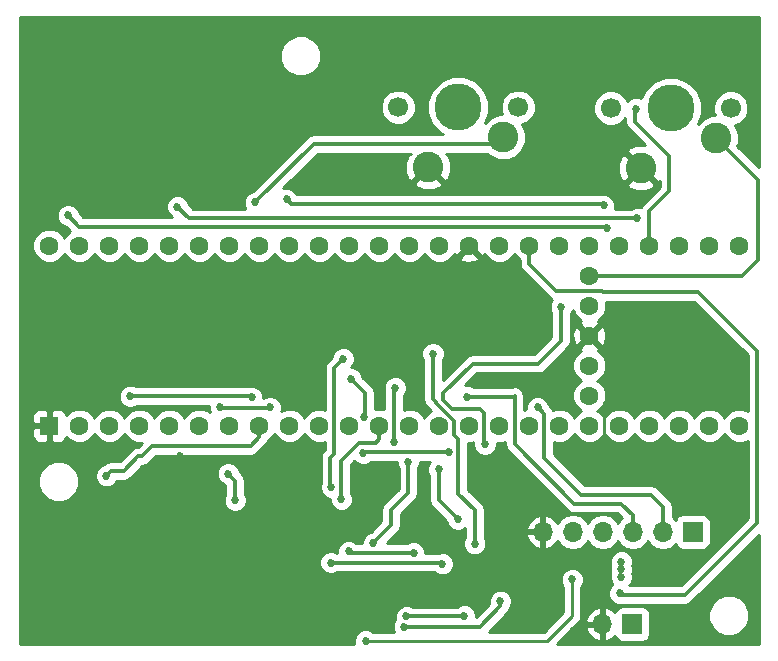
<source format=gbr>
G04 #@! TF.FileFunction,Copper,L2,Bot,Signal*
%FSLAX46Y46*%
G04 Gerber Fmt 4.6, Leading zero omitted, Abs format (unit mm)*
G04 Created by KiCad (PCBNEW 4.0.7) date Saturday, March 17, 2018 'PMt' 06:12:54 PM*
%MOMM*%
%LPD*%
G01*
G04 APERTURE LIST*
%ADD10C,0.100000*%
%ADD11C,0.685800*%
%ADD12C,3.980180*%
%ADD13C,2.600000*%
%ADD14C,1.699260*%
%ADD15R,1.700000X1.700000*%
%ADD16O,1.700000X1.700000*%
%ADD17C,1.600000*%
%ADD18R,1.600000X1.600000*%
%ADD19C,0.250000*%
%ADD20C,0.375000*%
%ADD21C,0.254000*%
G04 APERTURE END LIST*
D10*
D11*
X114149040Y-109964680D03*
X114149040Y-109314680D03*
X114149040Y-110614680D03*
D12*
X118338600Y-70906640D03*
D13*
X115798600Y-75986640D03*
X122148600Y-73446640D03*
D14*
X123418600Y-70906640D03*
X113258600Y-70906640D03*
D12*
X100319840Y-70830440D03*
D13*
X97779840Y-75910440D03*
X104129840Y-73370440D03*
D14*
X105399840Y-70830440D03*
X95239840Y-70830440D03*
D15*
X120200000Y-106800000D03*
D16*
X117660000Y-106800000D03*
X115120000Y-106800000D03*
X112580000Y-106800000D03*
X110040000Y-106800000D03*
X107500000Y-106800000D03*
D15*
X115077240Y-114594640D03*
D16*
X112537240Y-114594640D03*
D17*
X106359960Y-97805240D03*
X108899960Y-97805240D03*
X111439960Y-97805240D03*
X113979960Y-97805240D03*
X103819960Y-97805240D03*
X101279960Y-97805240D03*
X98739960Y-97805240D03*
X116519960Y-97805240D03*
X119059960Y-97805240D03*
X121599960Y-97805240D03*
X124139960Y-97805240D03*
X111439960Y-95265240D03*
X111439960Y-92725240D03*
X111439960Y-90185240D03*
X111439960Y-87645240D03*
X111439960Y-85105240D03*
X124139960Y-82565240D03*
X121599960Y-82565240D03*
X119059960Y-82565240D03*
X116519960Y-82565240D03*
X113979960Y-82565240D03*
X111439960Y-82565240D03*
X108899960Y-82565240D03*
X106359960Y-82565240D03*
X96199960Y-97805240D03*
X93659960Y-97805240D03*
X91119960Y-97805240D03*
X88579960Y-97805240D03*
X86039960Y-97805240D03*
X83499960Y-97805240D03*
X80959960Y-97805240D03*
X78419960Y-97805240D03*
X75879960Y-97805240D03*
X73339960Y-97805240D03*
X70799960Y-97805240D03*
X68259960Y-97805240D03*
D18*
X65719960Y-97805240D03*
D17*
X103819960Y-82565240D03*
X101279960Y-82565240D03*
X98739960Y-82565240D03*
X96199960Y-82565240D03*
X93659960Y-82565240D03*
X91119960Y-82565240D03*
X88579960Y-82565240D03*
X86039960Y-82565240D03*
X83499960Y-82565240D03*
X80959960Y-82565240D03*
X78419960Y-82565240D03*
X75879960Y-82565240D03*
X73339960Y-82565240D03*
X70799960Y-82565240D03*
X68259960Y-82565240D03*
X65719960Y-82565240D03*
D11*
X76753720Y-100390960D03*
X112694720Y-101986080D03*
X113324640Y-95163640D03*
X117500000Y-109950000D03*
X107650000Y-113000000D03*
X95500000Y-113000000D03*
X69550000Y-106050000D03*
X78000000Y-106250000D03*
X71100000Y-100400000D03*
X73974960Y-103611680D03*
X80850000Y-101850000D03*
X81450000Y-104100000D03*
X109987080Y-110810040D03*
X92506800Y-116022120D03*
X89600000Y-103000000D03*
X90600000Y-92150000D03*
X92300000Y-100150000D03*
X99550000Y-100050000D03*
X94900000Y-99150000D03*
X95000000Y-94600000D03*
X85800000Y-78650000D03*
X112650000Y-79150000D03*
X115500000Y-80250000D03*
X76550000Y-79250000D03*
X115350000Y-70950000D03*
X112950000Y-81050000D03*
X67300000Y-80000000D03*
X109050000Y-87750000D03*
X102600000Y-99350000D03*
X91250000Y-93850000D03*
X92350000Y-97050000D03*
X95950000Y-113950000D03*
X100850000Y-113900000D03*
X80200000Y-96250000D03*
X84400000Y-96250000D03*
X107050000Y-96250000D03*
X72550000Y-95300000D03*
X82850000Y-95400000D03*
X101100000Y-95350000D03*
X83150000Y-78900000D03*
X70550000Y-102050000D03*
X89550000Y-109400000D03*
X99000000Y-109500000D03*
X90450000Y-104050000D03*
X96550000Y-108550000D03*
X91050000Y-108450000D03*
X98700000Y-101500000D03*
X100300000Y-105700000D03*
X96100000Y-100850000D03*
X93150000Y-107750000D03*
X98200000Y-91700000D03*
X101750000Y-107800000D03*
X103900000Y-112650000D03*
X95750000Y-114850000D03*
X114000000Y-112000000D03*
D19*
X112709960Y-101970840D02*
X112694720Y-101986080D01*
X112709960Y-95778320D02*
X112709960Y-101970840D01*
X113324640Y-95163640D02*
X112709960Y-95778320D01*
D20*
X71050000Y-100450000D02*
X71050000Y-100400000D01*
X71100000Y-100500000D02*
X71050000Y-100450000D01*
X71100000Y-100400000D02*
X71100000Y-100500000D01*
X73974960Y-103611680D02*
X73974960Y-103614220D01*
X80850000Y-101850000D02*
X81450000Y-102450000D01*
X81450000Y-102450000D02*
X81450000Y-104100000D01*
D19*
X109987080Y-113893600D02*
X109987080Y-110810040D01*
X107873800Y-116006880D02*
X109987080Y-113893600D01*
X92522040Y-116006880D02*
X107873800Y-116006880D01*
X92506800Y-116022120D02*
X92522040Y-116006880D01*
D20*
X89500000Y-102900000D02*
X89600000Y-103000000D01*
X89500000Y-100550000D02*
X89500000Y-102900000D01*
X89850000Y-100200000D02*
X89500000Y-100550000D01*
X89850000Y-92900000D02*
X89850000Y-100200000D01*
X90600000Y-92150000D02*
X89850000Y-92900000D01*
X92300000Y-100150000D02*
X92400000Y-100050000D01*
X92400000Y-100050000D02*
X99550000Y-100050000D01*
X94900000Y-94700000D02*
X94900000Y-99150000D01*
X95000000Y-94600000D02*
X94900000Y-94700000D01*
X86150000Y-79000000D02*
X85800000Y-78650000D01*
X112500000Y-79000000D02*
X86150000Y-79000000D01*
X112650000Y-79150000D02*
X112500000Y-79000000D01*
X77550000Y-80250000D02*
X115500000Y-80250000D01*
X76550000Y-79250000D02*
X77550000Y-80250000D01*
X116519960Y-79630040D02*
X116519960Y-82565240D01*
X118200000Y-77950000D02*
X116519960Y-79630040D01*
X118200000Y-74950000D02*
X118200000Y-77950000D01*
X115300000Y-72050000D02*
X118200000Y-74950000D01*
X115300000Y-71000000D02*
X115300000Y-72050000D01*
X115350000Y-70950000D02*
X115300000Y-71000000D01*
X112950000Y-81050000D02*
X112850000Y-80950000D01*
X112850000Y-80950000D02*
X68250000Y-80950000D01*
X68250000Y-80950000D02*
X67300000Y-80000000D01*
X109050000Y-90600000D02*
X109050000Y-87750000D01*
X107100000Y-92550000D02*
X109050000Y-90600000D01*
X101550000Y-92550000D02*
X107100000Y-92550000D01*
X99050000Y-95050000D02*
X101550000Y-92550000D01*
X99050000Y-95600000D02*
X99050000Y-95050000D01*
X99800000Y-96350000D02*
X99050000Y-95600000D01*
X102150000Y-96350000D02*
X99800000Y-96350000D01*
X102550000Y-96750000D02*
X102150000Y-96350000D01*
X102550000Y-99300000D02*
X102550000Y-96750000D01*
X102600000Y-99350000D02*
X102550000Y-99300000D01*
X92450000Y-95050000D02*
X91250000Y-93850000D01*
X92450000Y-96950000D02*
X92450000Y-95050000D01*
X92350000Y-97050000D02*
X92450000Y-96950000D01*
X100800000Y-113950000D02*
X95950000Y-113950000D01*
X100850000Y-113900000D02*
X100800000Y-113950000D01*
X80200000Y-96250000D02*
X80250000Y-96300000D01*
X80250000Y-96300000D02*
X84350000Y-96300000D01*
X84350000Y-96300000D02*
X84400000Y-96250000D01*
X107050000Y-96250000D02*
X107600000Y-96800000D01*
X107600000Y-96800000D02*
X107600000Y-100500000D01*
X107600000Y-100500000D02*
X110750000Y-103650000D01*
X110750000Y-103650000D02*
X116650000Y-103650000D01*
X116650000Y-103650000D02*
X117660000Y-104660000D01*
X117660000Y-104660000D02*
X117660000Y-106800000D01*
X115120000Y-106800000D02*
X115120000Y-105370000D01*
X82750000Y-95300000D02*
X72550000Y-95300000D01*
X82850000Y-95400000D02*
X82750000Y-95300000D01*
X105050000Y-95350000D02*
X101100000Y-95350000D01*
X105100000Y-95300000D02*
X105050000Y-95350000D01*
X105100000Y-99350000D02*
X105100000Y-95300000D01*
X110150000Y-104400000D02*
X105100000Y-99350000D01*
X114150000Y-104400000D02*
X110150000Y-104400000D01*
X115120000Y-105370000D02*
X114150000Y-104400000D01*
X88100000Y-73950000D02*
X103550280Y-73950000D01*
X83150000Y-78900000D02*
X88100000Y-73950000D01*
X103550280Y-73950000D02*
X104129840Y-73370440D01*
X111439960Y-85105240D02*
X124344760Y-85105240D01*
X125700000Y-76998040D02*
X122148600Y-73446640D01*
X125700000Y-83750000D02*
X125700000Y-76998040D01*
X124344760Y-85105240D02*
X125700000Y-83750000D01*
X83499960Y-98800040D02*
X83499960Y-97805240D01*
X82750000Y-99550000D02*
X83499960Y-98800040D01*
X74400000Y-99550000D02*
X82750000Y-99550000D01*
X73550000Y-100400000D02*
X74400000Y-99550000D01*
X73250000Y-100400000D02*
X73550000Y-100400000D01*
X72000000Y-101650000D02*
X73250000Y-100400000D01*
X70950000Y-101650000D02*
X72000000Y-101650000D01*
X70550000Y-102050000D02*
X70950000Y-101650000D01*
X98900000Y-109400000D02*
X89550000Y-109400000D01*
X99000000Y-109500000D02*
X98900000Y-109400000D01*
X93659960Y-98940040D02*
X93659960Y-97805240D01*
X93350000Y-99250000D02*
X93659960Y-98940040D01*
X91900000Y-99250000D02*
X93350000Y-99250000D01*
X90400000Y-100750000D02*
X91900000Y-99250000D01*
X90400000Y-104000000D02*
X90400000Y-100750000D01*
X90450000Y-104050000D02*
X90400000Y-104000000D01*
X91150000Y-108550000D02*
X96550000Y-108550000D01*
X91050000Y-108450000D02*
X91150000Y-108550000D01*
X98700000Y-104100000D02*
X98700000Y-101500000D01*
X99150000Y-104550000D02*
X98700000Y-104100000D01*
X100300000Y-105700000D02*
X99150000Y-104550000D01*
X96100000Y-103500000D02*
X96100000Y-100850000D01*
X94650000Y-104950000D02*
X96100000Y-103500000D01*
X94650000Y-106250000D02*
X94650000Y-104950000D01*
X93150000Y-107750000D02*
X94650000Y-106250000D01*
X98200000Y-95550000D02*
X98200000Y-91700000D01*
X98486824Y-95836824D02*
X98200000Y-95550000D01*
X98486824Y-95850000D02*
X98486824Y-95836824D01*
X100000000Y-97363176D02*
X98486824Y-95850000D01*
X100000000Y-98600000D02*
X100000000Y-97363176D01*
X100350000Y-98950000D02*
X100000000Y-98600000D01*
X100350000Y-103550000D02*
X100350000Y-98950000D01*
X101750000Y-104950000D02*
X100350000Y-103550000D01*
X101750000Y-107800000D02*
X101750000Y-104950000D01*
X103900000Y-113100000D02*
X103900000Y-112650000D01*
X102150000Y-114850000D02*
X103900000Y-113100000D01*
X95750000Y-114850000D02*
X102150000Y-114850000D01*
X106359960Y-82565240D02*
X106359960Y-84109960D01*
X108650000Y-86400000D02*
X106359960Y-84109960D01*
X112500000Y-86400000D02*
X108650000Y-86400000D01*
X112600000Y-86500000D02*
X112500000Y-86400000D01*
X120650000Y-86500000D02*
X112600000Y-86500000D01*
X125650000Y-91500000D02*
X120650000Y-86500000D01*
X125650000Y-106000000D02*
X125650000Y-91500000D01*
X119500000Y-112150000D02*
X125650000Y-106000000D01*
X114150000Y-112150000D02*
X119500000Y-112150000D01*
X114150000Y-112150000D02*
X114000000Y-112000000D01*
D21*
G36*
X125765000Y-75899850D02*
X123970335Y-74105185D01*
X124083263Y-73833224D01*
X124083935Y-73063433D01*
X123792647Y-72358460D01*
X124258477Y-72165982D01*
X124676474Y-71748714D01*
X124902972Y-71203247D01*
X124903488Y-70612624D01*
X124677942Y-70066763D01*
X124260674Y-69648766D01*
X123715207Y-69422268D01*
X123124584Y-69421752D01*
X122578723Y-69647298D01*
X122160726Y-70064566D01*
X121934228Y-70610033D01*
X121933712Y-71200656D01*
X122062177Y-71511564D01*
X121765393Y-71511305D01*
X121053942Y-71805270D01*
X120633644Y-72224835D01*
X120963234Y-71431094D01*
X120964145Y-70386768D01*
X120565341Y-69421588D01*
X119827536Y-68682494D01*
X118863054Y-68282006D01*
X117818728Y-68281095D01*
X116853548Y-68679899D01*
X116114454Y-69417704D01*
X115834351Y-70092266D01*
X115545370Y-69972270D01*
X115156337Y-69971931D01*
X114796788Y-70120493D01*
X114615089Y-70301875D01*
X114517942Y-70066763D01*
X114100674Y-69648766D01*
X113555207Y-69422268D01*
X112964584Y-69421752D01*
X112418723Y-69647298D01*
X112000726Y-70064566D01*
X111774228Y-70610033D01*
X111773712Y-71200656D01*
X111999258Y-71746517D01*
X112416526Y-72164514D01*
X112961993Y-72391012D01*
X113552616Y-72391528D01*
X114098477Y-72165982D01*
X114477500Y-71787620D01*
X114477500Y-72050000D01*
X114540109Y-72364757D01*
X114718405Y-72631595D01*
X116129514Y-74042705D01*
X115365173Y-74061930D01*
X114744104Y-74319185D01*
X114608746Y-74617181D01*
X115798600Y-75807035D01*
X115812743Y-75792893D01*
X115992348Y-75972498D01*
X115978205Y-75986640D01*
X117168059Y-77176494D01*
X117377500Y-77081360D01*
X117377500Y-77609309D01*
X115938365Y-79048445D01*
X115768515Y-79302643D01*
X115695370Y-79272270D01*
X115306337Y-79271931D01*
X114946788Y-79420493D01*
X114939769Y-79427500D01*
X113593627Y-79427500D01*
X113627730Y-79345370D01*
X113628069Y-78956337D01*
X113479507Y-78596788D01*
X113204659Y-78321460D01*
X112845370Y-78172270D01*
X112456337Y-78171931D01*
X112442859Y-78177500D01*
X86662856Y-78177500D01*
X86629507Y-78096788D01*
X86354659Y-77821460D01*
X85995370Y-77672270D01*
X85606337Y-77671931D01*
X85495436Y-77717754D01*
X85933291Y-77279899D01*
X96589986Y-77279899D01*
X96725344Y-77577895D01*
X97443720Y-77854506D01*
X98213267Y-77835150D01*
X98834336Y-77577895D01*
X98935081Y-77356099D01*
X114608746Y-77356099D01*
X114744104Y-77654095D01*
X115462480Y-77930706D01*
X116232027Y-77911350D01*
X116853096Y-77654095D01*
X116988454Y-77356099D01*
X115798600Y-76166245D01*
X114608746Y-77356099D01*
X98935081Y-77356099D01*
X98969694Y-77279899D01*
X97779840Y-76090045D01*
X96589986Y-77279899D01*
X85933291Y-77279899D01*
X88440690Y-74772500D01*
X96296090Y-74772500D01*
X96112385Y-74855944D01*
X95835774Y-75574320D01*
X95855130Y-76343867D01*
X96112385Y-76964936D01*
X96410381Y-77100294D01*
X97600235Y-75910440D01*
X97586093Y-75896298D01*
X97765698Y-75716693D01*
X97779840Y-75730835D01*
X97793983Y-75716693D01*
X97973588Y-75896298D01*
X97959445Y-75910440D01*
X99149299Y-77100294D01*
X99447295Y-76964936D01*
X99723906Y-76246560D01*
X99708915Y-75650520D01*
X113854534Y-75650520D01*
X113873890Y-76420067D01*
X114131145Y-77041136D01*
X114429141Y-77176494D01*
X115618995Y-75986640D01*
X114429141Y-74796786D01*
X114131145Y-74932144D01*
X113854534Y-75650520D01*
X99708915Y-75650520D01*
X99704550Y-75477013D01*
X99447295Y-74855944D01*
X99263590Y-74772500D01*
X102795336Y-74772500D01*
X103032319Y-75009897D01*
X103743256Y-75305103D01*
X104513047Y-75305775D01*
X105224498Y-75011810D01*
X105769297Y-74467961D01*
X106064503Y-73757024D01*
X106065175Y-72987233D01*
X105773887Y-72282260D01*
X106239717Y-72089782D01*
X106657714Y-71672514D01*
X106884212Y-71127047D01*
X106884728Y-70536424D01*
X106659182Y-69990563D01*
X106241914Y-69572566D01*
X105696447Y-69346068D01*
X105105824Y-69345552D01*
X104559963Y-69571098D01*
X104141966Y-69988366D01*
X103915468Y-70533833D01*
X103914952Y-71124456D01*
X104043417Y-71435364D01*
X103746633Y-71435105D01*
X103035182Y-71729070D01*
X102614884Y-72148635D01*
X102944474Y-71354894D01*
X102945385Y-70310568D01*
X102546581Y-69345388D01*
X101808776Y-68606294D01*
X100844294Y-68205806D01*
X99799968Y-68204895D01*
X98834788Y-68603699D01*
X98095694Y-69341504D01*
X97695206Y-70305986D01*
X97694295Y-71350312D01*
X98093099Y-72315492D01*
X98830904Y-73054586D01*
X99006500Y-73127500D01*
X88100000Y-73127500D01*
X87785243Y-73190109D01*
X87518405Y-73368405D01*
X82964872Y-77921938D01*
X82956337Y-77921931D01*
X82596788Y-78070493D01*
X82321460Y-78345341D01*
X82172270Y-78704630D01*
X82171931Y-79093663D01*
X82309869Y-79427500D01*
X77890691Y-79427500D01*
X77528062Y-79064871D01*
X77528069Y-79056337D01*
X77379507Y-78696788D01*
X77104659Y-78421460D01*
X76745370Y-78272270D01*
X76356337Y-78271931D01*
X75996788Y-78420493D01*
X75721460Y-78695341D01*
X75572270Y-79054630D01*
X75571931Y-79443663D01*
X75720493Y-79803212D01*
X75995341Y-80078540D01*
X76113250Y-80127500D01*
X68590690Y-80127500D01*
X68278062Y-79814872D01*
X68278069Y-79806337D01*
X68129507Y-79446788D01*
X67854659Y-79171460D01*
X67495370Y-79022270D01*
X67106337Y-79021931D01*
X66746788Y-79170493D01*
X66471460Y-79445341D01*
X66322270Y-79804630D01*
X66321931Y-80193663D01*
X66470493Y-80553212D01*
X66745341Y-80828540D01*
X67104630Y-80977730D01*
X67114549Y-80977739D01*
X67474092Y-81337282D01*
X67448160Y-81347997D01*
X67044136Y-81751317D01*
X66990098Y-81881455D01*
X66937203Y-81753440D01*
X66533883Y-81349416D01*
X66006651Y-81130490D01*
X65435773Y-81129992D01*
X64908160Y-81347997D01*
X64504136Y-81751317D01*
X64285210Y-82278549D01*
X64284712Y-82849427D01*
X64502717Y-83377040D01*
X64906037Y-83781064D01*
X65433269Y-83999990D01*
X66004147Y-84000488D01*
X66531760Y-83782483D01*
X66935784Y-83379163D01*
X66989822Y-83249025D01*
X67042717Y-83377040D01*
X67446037Y-83781064D01*
X67973269Y-83999990D01*
X68544147Y-84000488D01*
X69071760Y-83782483D01*
X69475784Y-83379163D01*
X69529822Y-83249025D01*
X69582717Y-83377040D01*
X69986037Y-83781064D01*
X70513269Y-83999990D01*
X71084147Y-84000488D01*
X71611760Y-83782483D01*
X72015784Y-83379163D01*
X72069822Y-83249025D01*
X72122717Y-83377040D01*
X72526037Y-83781064D01*
X73053269Y-83999990D01*
X73624147Y-84000488D01*
X74151760Y-83782483D01*
X74555784Y-83379163D01*
X74609822Y-83249025D01*
X74662717Y-83377040D01*
X75066037Y-83781064D01*
X75593269Y-83999990D01*
X76164147Y-84000488D01*
X76691760Y-83782483D01*
X77095784Y-83379163D01*
X77149822Y-83249025D01*
X77202717Y-83377040D01*
X77606037Y-83781064D01*
X78133269Y-83999990D01*
X78704147Y-84000488D01*
X79231760Y-83782483D01*
X79635784Y-83379163D01*
X79689822Y-83249025D01*
X79742717Y-83377040D01*
X80146037Y-83781064D01*
X80673269Y-83999990D01*
X81244147Y-84000488D01*
X81771760Y-83782483D01*
X82175784Y-83379163D01*
X82229822Y-83249025D01*
X82282717Y-83377040D01*
X82686037Y-83781064D01*
X83213269Y-83999990D01*
X83784147Y-84000488D01*
X84311760Y-83782483D01*
X84715784Y-83379163D01*
X84769822Y-83249025D01*
X84822717Y-83377040D01*
X85226037Y-83781064D01*
X85753269Y-83999990D01*
X86324147Y-84000488D01*
X86851760Y-83782483D01*
X87255784Y-83379163D01*
X87309822Y-83249025D01*
X87362717Y-83377040D01*
X87766037Y-83781064D01*
X88293269Y-83999990D01*
X88864147Y-84000488D01*
X89391760Y-83782483D01*
X89795784Y-83379163D01*
X89849822Y-83249025D01*
X89902717Y-83377040D01*
X90306037Y-83781064D01*
X90833269Y-83999990D01*
X91404147Y-84000488D01*
X91931760Y-83782483D01*
X92335784Y-83379163D01*
X92389822Y-83249025D01*
X92442717Y-83377040D01*
X92846037Y-83781064D01*
X93373269Y-83999990D01*
X93944147Y-84000488D01*
X94471760Y-83782483D01*
X94875784Y-83379163D01*
X94929822Y-83249025D01*
X94982717Y-83377040D01*
X95386037Y-83781064D01*
X95913269Y-83999990D01*
X96484147Y-84000488D01*
X97011760Y-83782483D01*
X97415784Y-83379163D01*
X97469822Y-83249025D01*
X97522717Y-83377040D01*
X97926037Y-83781064D01*
X98453269Y-83999990D01*
X99024147Y-84000488D01*
X99551760Y-83782483D01*
X99761623Y-83572985D01*
X100451821Y-83572985D01*
X100525955Y-83819104D01*
X101063183Y-84012205D01*
X101633414Y-83985018D01*
X102033965Y-83819104D01*
X102108099Y-83572985D01*
X101279960Y-82744845D01*
X100451821Y-83572985D01*
X99761623Y-83572985D01*
X99955784Y-83379163D01*
X100003408Y-83264472D01*
X100026096Y-83319245D01*
X100272215Y-83393379D01*
X101100355Y-82565240D01*
X101086212Y-82551098D01*
X101265818Y-82371492D01*
X101279960Y-82385635D01*
X101294102Y-82371492D01*
X101473708Y-82551098D01*
X101459565Y-82565240D01*
X102287705Y-83393379D01*
X102533824Y-83319245D01*
X102554765Y-83260986D01*
X102602717Y-83377040D01*
X103006037Y-83781064D01*
X103533269Y-83999990D01*
X104104147Y-84000488D01*
X104631760Y-83782483D01*
X105035784Y-83379163D01*
X105089822Y-83249025D01*
X105142717Y-83377040D01*
X105537460Y-83772472D01*
X105537460Y-84109960D01*
X105600069Y-84424717D01*
X105778365Y-84691555D01*
X108068405Y-86981596D01*
X108288356Y-87128562D01*
X108221460Y-87195341D01*
X108072270Y-87554630D01*
X108071931Y-87943663D01*
X108220493Y-88303212D01*
X108227500Y-88310231D01*
X108227500Y-90259309D01*
X106759310Y-91727500D01*
X101550000Y-91727500D01*
X101235243Y-91790109D01*
X100968405Y-91968405D01*
X99022500Y-93914310D01*
X99022500Y-92260688D01*
X99028540Y-92254659D01*
X99177730Y-91895370D01*
X99178069Y-91506337D01*
X99029507Y-91146788D01*
X98754659Y-90871460D01*
X98395370Y-90722270D01*
X98006337Y-90721931D01*
X97646788Y-90870493D01*
X97371460Y-91145341D01*
X97222270Y-91504630D01*
X97221931Y-91893663D01*
X97370493Y-92253212D01*
X97377500Y-92260231D01*
X97377500Y-95550000D01*
X97440109Y-95864757D01*
X97618405Y-96131595D01*
X97878698Y-96391889D01*
X97905229Y-96431595D01*
X98022607Y-96548973D01*
X97928160Y-96587997D01*
X97524136Y-96991317D01*
X97470098Y-97121455D01*
X97417203Y-96993440D01*
X97013883Y-96589416D01*
X96486651Y-96370490D01*
X95915773Y-96369992D01*
X95722500Y-96449851D01*
X95722500Y-95260514D01*
X95828540Y-95154659D01*
X95977730Y-94795370D01*
X95978069Y-94406337D01*
X95829507Y-94046788D01*
X95554659Y-93771460D01*
X95195370Y-93622270D01*
X94806337Y-93621931D01*
X94446788Y-93770493D01*
X94171460Y-94045341D01*
X94022270Y-94404630D01*
X94021931Y-94793663D01*
X94077500Y-94928151D01*
X94077500Y-96424823D01*
X93946651Y-96370490D01*
X93375773Y-96369992D01*
X93272500Y-96412663D01*
X93272500Y-95050000D01*
X93209891Y-94735243D01*
X93172003Y-94678540D01*
X93031595Y-94468404D01*
X92228062Y-93664871D01*
X92228069Y-93656337D01*
X92079507Y-93296788D01*
X91804659Y-93021460D01*
X91445370Y-92872270D01*
X91260797Y-92872109D01*
X91428540Y-92704659D01*
X91577730Y-92345370D01*
X91578069Y-91956337D01*
X91429507Y-91596788D01*
X91154659Y-91321460D01*
X90795370Y-91172270D01*
X90406337Y-91171931D01*
X90046788Y-91320493D01*
X89771460Y-91595341D01*
X89622270Y-91954630D01*
X89622261Y-91964549D01*
X89268405Y-92318405D01*
X89090109Y-92585243D01*
X89027500Y-92900000D01*
X89027500Y-96437280D01*
X88866651Y-96370490D01*
X88295773Y-96369992D01*
X87768160Y-96587997D01*
X87364136Y-96991317D01*
X87310098Y-97121455D01*
X87257203Y-96993440D01*
X86853883Y-96589416D01*
X86326651Y-96370490D01*
X85755773Y-96369992D01*
X85337217Y-96542936D01*
X85377730Y-96445370D01*
X85378069Y-96056337D01*
X85229507Y-95696788D01*
X84954659Y-95421460D01*
X84595370Y-95272270D01*
X84206337Y-95271931D01*
X83846788Y-95420493D01*
X83827866Y-95439382D01*
X83828069Y-95206337D01*
X83679507Y-94846788D01*
X83404659Y-94571460D01*
X83045370Y-94422270D01*
X82656337Y-94421931D01*
X82521849Y-94477500D01*
X73110688Y-94477500D01*
X73104659Y-94471460D01*
X72745370Y-94322270D01*
X72356337Y-94321931D01*
X71996788Y-94470493D01*
X71721460Y-94745341D01*
X71572270Y-95104630D01*
X71571931Y-95493663D01*
X71720493Y-95853212D01*
X71995341Y-96128540D01*
X72354630Y-96277730D01*
X72743663Y-96278069D01*
X73103212Y-96129507D01*
X73110231Y-96122500D01*
X79222211Y-96122500D01*
X79221931Y-96443663D01*
X79316245Y-96671922D01*
X79233883Y-96589416D01*
X78706651Y-96370490D01*
X78135773Y-96369992D01*
X77608160Y-96587997D01*
X77204136Y-96991317D01*
X77150098Y-97121455D01*
X77097203Y-96993440D01*
X76693883Y-96589416D01*
X76166651Y-96370490D01*
X75595773Y-96369992D01*
X75068160Y-96587997D01*
X74664136Y-96991317D01*
X74610098Y-97121455D01*
X74557203Y-96993440D01*
X74153883Y-96589416D01*
X73626651Y-96370490D01*
X73055773Y-96369992D01*
X72528160Y-96587997D01*
X72124136Y-96991317D01*
X72070098Y-97121455D01*
X72017203Y-96993440D01*
X71613883Y-96589416D01*
X71086651Y-96370490D01*
X70515773Y-96369992D01*
X69988160Y-96587997D01*
X69584136Y-96991317D01*
X69530098Y-97121455D01*
X69477203Y-96993440D01*
X69073883Y-96589416D01*
X68546651Y-96370490D01*
X67975773Y-96369992D01*
X67448160Y-96587997D01*
X67154960Y-96880686D01*
X67154960Y-96878930D01*
X67058287Y-96645541D01*
X66879658Y-96466913D01*
X66646269Y-96370240D01*
X66005710Y-96370240D01*
X65846960Y-96528990D01*
X65846960Y-97678240D01*
X65866960Y-97678240D01*
X65866960Y-97932240D01*
X65846960Y-97932240D01*
X65846960Y-99081490D01*
X66005710Y-99240240D01*
X66646269Y-99240240D01*
X66879658Y-99143567D01*
X67058287Y-98964939D01*
X67154960Y-98731550D01*
X67154960Y-98729479D01*
X67446037Y-99021064D01*
X67973269Y-99239990D01*
X68544147Y-99240488D01*
X69071760Y-99022483D01*
X69475784Y-98619163D01*
X69529822Y-98489025D01*
X69582717Y-98617040D01*
X69986037Y-99021064D01*
X70513269Y-99239990D01*
X71084147Y-99240488D01*
X71611760Y-99022483D01*
X72015784Y-98619163D01*
X72069822Y-98489025D01*
X72122717Y-98617040D01*
X72526037Y-99021064D01*
X73053269Y-99239990D01*
X73546389Y-99240420D01*
X73199206Y-99587603D01*
X72935243Y-99640109D01*
X72668405Y-99818405D01*
X71659310Y-100827500D01*
X70950000Y-100827500D01*
X70723770Y-100872500D01*
X70635242Y-100890109D01*
X70368404Y-101068405D01*
X70364871Y-101071938D01*
X70356337Y-101071931D01*
X69996788Y-101220493D01*
X69721460Y-101495341D01*
X69572270Y-101854630D01*
X69571931Y-102243663D01*
X69720493Y-102603212D01*
X69995341Y-102878540D01*
X70354630Y-103027730D01*
X70743663Y-103028069D01*
X71103212Y-102879507D01*
X71378540Y-102604659D01*
X71433417Y-102472500D01*
X72000000Y-102472500D01*
X72314757Y-102409891D01*
X72581595Y-102231595D01*
X72769527Y-102043663D01*
X79871931Y-102043663D01*
X80020493Y-102403212D01*
X80295341Y-102678540D01*
X80627500Y-102816465D01*
X80627500Y-103539312D01*
X80621460Y-103545341D01*
X80472270Y-103904630D01*
X80471931Y-104293663D01*
X80620493Y-104653212D01*
X80895341Y-104928540D01*
X81254630Y-105077730D01*
X81643663Y-105078069D01*
X82003212Y-104929507D01*
X82278540Y-104654659D01*
X82427730Y-104295370D01*
X82428069Y-103906337D01*
X82279507Y-103546788D01*
X82272500Y-103539769D01*
X82272500Y-102450000D01*
X82209891Y-102135243D01*
X82031595Y-101868405D01*
X81828062Y-101664872D01*
X81828069Y-101656337D01*
X81679507Y-101296788D01*
X81404659Y-101021460D01*
X81045370Y-100872270D01*
X80656337Y-100871931D01*
X80296788Y-101020493D01*
X80021460Y-101295341D01*
X79872270Y-101654630D01*
X79871931Y-102043663D01*
X72769527Y-102043663D01*
X73600793Y-101212397D01*
X73864757Y-101159891D01*
X74131595Y-100981595D01*
X74740691Y-100372500D01*
X82750000Y-100372500D01*
X83064757Y-100309891D01*
X83331595Y-100131595D01*
X84081556Y-99381635D01*
X84259851Y-99114797D01*
X84275209Y-99037585D01*
X84311760Y-99022483D01*
X84715784Y-98619163D01*
X84769822Y-98489025D01*
X84822717Y-98617040D01*
X85226037Y-99021064D01*
X85753269Y-99239990D01*
X86324147Y-99240488D01*
X86851760Y-99022483D01*
X87255784Y-98619163D01*
X87309822Y-98489025D01*
X87362717Y-98617040D01*
X87766037Y-99021064D01*
X88293269Y-99239990D01*
X88864147Y-99240488D01*
X89027500Y-99172992D01*
X89027500Y-99859310D01*
X88918405Y-99968405D01*
X88740109Y-100235243D01*
X88677500Y-100550000D01*
X88677500Y-102671622D01*
X88622270Y-102804630D01*
X88621931Y-103193663D01*
X88770493Y-103553212D01*
X89045341Y-103828540D01*
X89404630Y-103977730D01*
X89472163Y-103977789D01*
X89471931Y-104243663D01*
X89620493Y-104603212D01*
X89895341Y-104878540D01*
X90254630Y-105027730D01*
X90643663Y-105028069D01*
X91003212Y-104879507D01*
X91278540Y-104604659D01*
X91427730Y-104245370D01*
X91428069Y-103856337D01*
X91279507Y-103496788D01*
X91222500Y-103439681D01*
X91222500Y-101090690D01*
X91540175Y-100773016D01*
X91745341Y-100978540D01*
X92104630Y-101127730D01*
X92493663Y-101128069D01*
X92853212Y-100979507D01*
X92960406Y-100872500D01*
X95122080Y-100872500D01*
X95121931Y-101043663D01*
X95270493Y-101403212D01*
X95277500Y-101410231D01*
X95277500Y-103159309D01*
X94068405Y-104368405D01*
X93890109Y-104635243D01*
X93827500Y-104950000D01*
X93827500Y-105909309D01*
X92964871Y-106771938D01*
X92956337Y-106771931D01*
X92596788Y-106920493D01*
X92321460Y-107195341D01*
X92172270Y-107554630D01*
X92172119Y-107727500D01*
X91710514Y-107727500D01*
X91604659Y-107621460D01*
X91245370Y-107472270D01*
X90856337Y-107471931D01*
X90496788Y-107620493D01*
X90221460Y-107895341D01*
X90072270Y-108254630D01*
X90072006Y-108557901D01*
X89745370Y-108422270D01*
X89356337Y-108421931D01*
X88996788Y-108570493D01*
X88721460Y-108845341D01*
X88572270Y-109204630D01*
X88571931Y-109593663D01*
X88720493Y-109953212D01*
X88995341Y-110228540D01*
X89354630Y-110377730D01*
X89743663Y-110378069D01*
X90103212Y-110229507D01*
X90110231Y-110222500D01*
X98339486Y-110222500D01*
X98445341Y-110328540D01*
X98804630Y-110477730D01*
X99193663Y-110478069D01*
X99553212Y-110329507D01*
X99828540Y-110054659D01*
X99977730Y-109695370D01*
X99978069Y-109306337D01*
X99829507Y-108946788D01*
X99554659Y-108671460D01*
X99195370Y-108522270D01*
X98806337Y-108521931D01*
X98671849Y-108577500D01*
X97527876Y-108577500D01*
X97528069Y-108356337D01*
X97379507Y-107996788D01*
X97104659Y-107721460D01*
X96745370Y-107572270D01*
X96356337Y-107571931D01*
X95996788Y-107720493D01*
X95989769Y-107727500D01*
X94335690Y-107727500D01*
X95231595Y-106831596D01*
X95409891Y-106564758D01*
X95434088Y-106443108D01*
X95472500Y-106250000D01*
X95472500Y-105290690D01*
X96681596Y-104081595D01*
X96859891Y-103814757D01*
X96922500Y-103500000D01*
X96922500Y-101410688D01*
X96928540Y-101404659D01*
X97077730Y-101045370D01*
X97077881Y-100872500D01*
X97944428Y-100872500D01*
X97871460Y-100945341D01*
X97722270Y-101304630D01*
X97721931Y-101693663D01*
X97870493Y-102053212D01*
X97877500Y-102060231D01*
X97877500Y-104100000D01*
X97940109Y-104414757D01*
X98118405Y-104681595D01*
X98568405Y-105131595D01*
X99321938Y-105885129D01*
X99321931Y-105893663D01*
X99470493Y-106253212D01*
X99745341Y-106528540D01*
X100104630Y-106677730D01*
X100493663Y-106678069D01*
X100853212Y-106529507D01*
X100927500Y-106455349D01*
X100927500Y-107239312D01*
X100921460Y-107245341D01*
X100772270Y-107604630D01*
X100771931Y-107993663D01*
X100920493Y-108353212D01*
X101195341Y-108628540D01*
X101554630Y-108777730D01*
X101943663Y-108778069D01*
X102303212Y-108629507D01*
X102578540Y-108354659D01*
X102727730Y-107995370D01*
X102728069Y-107606337D01*
X102579507Y-107246788D01*
X102572500Y-107239769D01*
X102572500Y-107156892D01*
X106058514Y-107156892D01*
X106304817Y-107681358D01*
X106733076Y-108071645D01*
X107143110Y-108241476D01*
X107373000Y-108120155D01*
X107373000Y-106927000D01*
X106179181Y-106927000D01*
X106058514Y-107156892D01*
X102572500Y-107156892D01*
X102572500Y-106443108D01*
X106058514Y-106443108D01*
X106179181Y-106673000D01*
X107373000Y-106673000D01*
X107373000Y-105479845D01*
X107143110Y-105358524D01*
X106733076Y-105528355D01*
X106304817Y-105918642D01*
X106058514Y-106443108D01*
X102572500Y-106443108D01*
X102572500Y-104950000D01*
X102509891Y-104635243D01*
X102331595Y-104368405D01*
X101172500Y-103209310D01*
X101172500Y-99240146D01*
X101564147Y-99240488D01*
X101622216Y-99216494D01*
X101621931Y-99543663D01*
X101770493Y-99903212D01*
X102045341Y-100178540D01*
X102404630Y-100327730D01*
X102793663Y-100328069D01*
X103153212Y-100179507D01*
X103428540Y-99904659D01*
X103577730Y-99545370D01*
X103577996Y-99240029D01*
X104104147Y-99240488D01*
X104277500Y-99168860D01*
X104277500Y-99350000D01*
X104340109Y-99664757D01*
X104518405Y-99931595D01*
X109568404Y-104981595D01*
X109835242Y-105159891D01*
X109887464Y-105170278D01*
X110150000Y-105222500D01*
X113809310Y-105222500D01*
X114212447Y-105625637D01*
X114069946Y-105720853D01*
X113850000Y-106050026D01*
X113630054Y-105720853D01*
X113148285Y-105398946D01*
X112580000Y-105285907D01*
X112011715Y-105398946D01*
X111529946Y-105720853D01*
X111310000Y-106050026D01*
X111090054Y-105720853D01*
X110608285Y-105398946D01*
X110040000Y-105285907D01*
X109471715Y-105398946D01*
X108989946Y-105720853D01*
X108762298Y-106061553D01*
X108695183Y-105918642D01*
X108266924Y-105528355D01*
X107856890Y-105358524D01*
X107627000Y-105479845D01*
X107627000Y-106673000D01*
X107647000Y-106673000D01*
X107647000Y-106927000D01*
X107627000Y-106927000D01*
X107627000Y-108120155D01*
X107856890Y-108241476D01*
X108266924Y-108071645D01*
X108695183Y-107681358D01*
X108762298Y-107538447D01*
X108989946Y-107879147D01*
X109471715Y-108201054D01*
X110040000Y-108314093D01*
X110608285Y-108201054D01*
X111090054Y-107879147D01*
X111310000Y-107549974D01*
X111529946Y-107879147D01*
X112011715Y-108201054D01*
X112580000Y-108314093D01*
X113148285Y-108201054D01*
X113630054Y-107879147D01*
X113850000Y-107549974D01*
X114069946Y-107879147D01*
X114551715Y-108201054D01*
X115120000Y-108314093D01*
X115688285Y-108201054D01*
X116170054Y-107879147D01*
X116390000Y-107549974D01*
X116609946Y-107879147D01*
X117091715Y-108201054D01*
X117660000Y-108314093D01*
X118228285Y-108201054D01*
X118710054Y-107879147D01*
X118737850Y-107837548D01*
X118746838Y-107885317D01*
X118885910Y-108101441D01*
X119098110Y-108246431D01*
X119350000Y-108297440D01*
X121050000Y-108297440D01*
X121285317Y-108253162D01*
X121501441Y-108114090D01*
X121646431Y-107901890D01*
X121697440Y-107650000D01*
X121697440Y-105950000D01*
X121653162Y-105714683D01*
X121514090Y-105498559D01*
X121301890Y-105353569D01*
X121050000Y-105302560D01*
X119350000Y-105302560D01*
X119114683Y-105346838D01*
X118898559Y-105485910D01*
X118753569Y-105698110D01*
X118739914Y-105765541D01*
X118710054Y-105720853D01*
X118482500Y-105568807D01*
X118482500Y-104660000D01*
X118419891Y-104345243D01*
X118399521Y-104314757D01*
X118241596Y-104078405D01*
X117231595Y-103068405D01*
X116964757Y-102890109D01*
X116650000Y-102827500D01*
X111090691Y-102827500D01*
X108422500Y-100159310D01*
X108422500Y-99160776D01*
X108613269Y-99239990D01*
X109184147Y-99240488D01*
X109711760Y-99022483D01*
X110115784Y-98619163D01*
X110169822Y-98489025D01*
X110222717Y-98617040D01*
X110626037Y-99021064D01*
X111153269Y-99239990D01*
X111724147Y-99240488D01*
X112251760Y-99022483D01*
X112655784Y-98619163D01*
X112709822Y-98489025D01*
X112762717Y-98617040D01*
X113166037Y-99021064D01*
X113693269Y-99239990D01*
X114264147Y-99240488D01*
X114791760Y-99022483D01*
X115195784Y-98619163D01*
X115249822Y-98489025D01*
X115302717Y-98617040D01*
X115706037Y-99021064D01*
X116233269Y-99239990D01*
X116804147Y-99240488D01*
X117331760Y-99022483D01*
X117735784Y-98619163D01*
X117789822Y-98489025D01*
X117842717Y-98617040D01*
X118246037Y-99021064D01*
X118773269Y-99239990D01*
X119344147Y-99240488D01*
X119871760Y-99022483D01*
X120275784Y-98619163D01*
X120329822Y-98489025D01*
X120382717Y-98617040D01*
X120786037Y-99021064D01*
X121313269Y-99239990D01*
X121884147Y-99240488D01*
X122411760Y-99022483D01*
X122815784Y-98619163D01*
X122869822Y-98489025D01*
X122922717Y-98617040D01*
X123326037Y-99021064D01*
X123853269Y-99239990D01*
X124424147Y-99240488D01*
X124827500Y-99073826D01*
X124827500Y-105659309D01*
X119159310Y-111327500D01*
X114819143Y-111327500D01*
X114977580Y-111169339D01*
X115126770Y-110810050D01*
X115127109Y-110421017D01*
X115072892Y-110289802D01*
X115126770Y-110160050D01*
X115127109Y-109771017D01*
X115072892Y-109639802D01*
X115126770Y-109510050D01*
X115127109Y-109121017D01*
X114978547Y-108761468D01*
X114703699Y-108486140D01*
X114344410Y-108336950D01*
X113955377Y-108336611D01*
X113595828Y-108485173D01*
X113320500Y-108760021D01*
X113171310Y-109119310D01*
X113170971Y-109508343D01*
X113225188Y-109639558D01*
X113171310Y-109769310D01*
X113170971Y-110158343D01*
X113225188Y-110289558D01*
X113171310Y-110419310D01*
X113170971Y-110808343D01*
X113319533Y-111167892D01*
X113384350Y-111232822D01*
X113171460Y-111445341D01*
X113022270Y-111804630D01*
X113021931Y-112193663D01*
X113170493Y-112553212D01*
X113445341Y-112828540D01*
X113804630Y-112977730D01*
X114193663Y-112978069D01*
X114207141Y-112972500D01*
X119500000Y-112972500D01*
X119814757Y-112909891D01*
X120081595Y-112731595D01*
X125765000Y-107048191D01*
X125765000Y-116265000D01*
X108690482Y-116265000D01*
X110003950Y-114951532D01*
X111095754Y-114951532D01*
X111342057Y-115475998D01*
X111770316Y-115866285D01*
X112180350Y-116036116D01*
X112410240Y-115914795D01*
X112410240Y-114721640D01*
X111216421Y-114721640D01*
X111095754Y-114951532D01*
X110003950Y-114951532D01*
X110524481Y-114431001D01*
X110653608Y-114237748D01*
X111095754Y-114237748D01*
X111216421Y-114467640D01*
X112410240Y-114467640D01*
X112410240Y-113274485D01*
X112664240Y-113274485D01*
X112664240Y-114467640D01*
X112684240Y-114467640D01*
X112684240Y-114721640D01*
X112664240Y-114721640D01*
X112664240Y-115914795D01*
X112894130Y-116036116D01*
X113304164Y-115866285D01*
X113607177Y-115590139D01*
X113624078Y-115679957D01*
X113763150Y-115896081D01*
X113975350Y-116041071D01*
X114227240Y-116092080D01*
X115927240Y-116092080D01*
X116162557Y-116047802D01*
X116378681Y-115908730D01*
X116523671Y-115696530D01*
X116574680Y-115444640D01*
X116574680Y-114243599D01*
X121514699Y-114243599D01*
X121778281Y-114881515D01*
X122265918Y-115370004D01*
X122903373Y-115634699D01*
X123593599Y-115635301D01*
X124231515Y-115371719D01*
X124720004Y-114884082D01*
X124984699Y-114246627D01*
X124985301Y-113556401D01*
X124721719Y-112918485D01*
X124234082Y-112429996D01*
X123596627Y-112165301D01*
X122906401Y-112164699D01*
X122268485Y-112428281D01*
X121779996Y-112915918D01*
X121515301Y-113553373D01*
X121514699Y-114243599D01*
X116574680Y-114243599D01*
X116574680Y-113744640D01*
X116530402Y-113509323D01*
X116391330Y-113293199D01*
X116179130Y-113148209D01*
X115927240Y-113097200D01*
X114227240Y-113097200D01*
X113991923Y-113141478D01*
X113775799Y-113280550D01*
X113630809Y-113492750D01*
X113608939Y-113600747D01*
X113304164Y-113322995D01*
X112894130Y-113153164D01*
X112664240Y-113274485D01*
X112410240Y-113274485D01*
X112180350Y-113153164D01*
X111770316Y-113322995D01*
X111342057Y-113713282D01*
X111095754Y-114237748D01*
X110653608Y-114237748D01*
X110689228Y-114184440D01*
X110747080Y-113893600D01*
X110747080Y-111433120D01*
X110815620Y-111364699D01*
X110964810Y-111005410D01*
X110965149Y-110616377D01*
X110816587Y-110256828D01*
X110541739Y-109981500D01*
X110182450Y-109832310D01*
X109793417Y-109831971D01*
X109433868Y-109980533D01*
X109158540Y-110255381D01*
X109009350Y-110614670D01*
X109009011Y-111003703D01*
X109157573Y-111363252D01*
X109227080Y-111432880D01*
X109227080Y-113578798D01*
X107558998Y-115246880D01*
X102916310Y-115246880D01*
X104481596Y-113681595D01*
X104659891Y-113414757D01*
X104695028Y-113238113D01*
X104728540Y-113204659D01*
X104877730Y-112845370D01*
X104878069Y-112456337D01*
X104729507Y-112096788D01*
X104454659Y-111821460D01*
X104095370Y-111672270D01*
X103706337Y-111671931D01*
X103346788Y-111820493D01*
X103071460Y-112095341D01*
X102922270Y-112454630D01*
X102921931Y-112843663D01*
X102942753Y-112894056D01*
X101827805Y-114009005D01*
X101828069Y-113706337D01*
X101679507Y-113346788D01*
X101404659Y-113071460D01*
X101045370Y-112922270D01*
X100656337Y-112921931D01*
X100296788Y-113070493D01*
X100239681Y-113127500D01*
X96510688Y-113127500D01*
X96504659Y-113121460D01*
X96145370Y-112972270D01*
X95756337Y-112971931D01*
X95396788Y-113120493D01*
X95121460Y-113395341D01*
X94972270Y-113754630D01*
X94971931Y-114143663D01*
X95001563Y-114215378D01*
X94921460Y-114295341D01*
X94772270Y-114654630D01*
X94771931Y-115043663D01*
X94855898Y-115246880D01*
X93114666Y-115246880D01*
X93061459Y-115193580D01*
X92702170Y-115044390D01*
X92313137Y-115044051D01*
X91953588Y-115192613D01*
X91678260Y-115467461D01*
X91529070Y-115826750D01*
X91528731Y-116215783D01*
X91549067Y-116265000D01*
X63235000Y-116265000D01*
X63235000Y-102843599D01*
X64764699Y-102843599D01*
X65028281Y-103481515D01*
X65515918Y-103970004D01*
X66153373Y-104234699D01*
X66843599Y-104235301D01*
X67481515Y-103971719D01*
X67970004Y-103484082D01*
X68234699Y-102846627D01*
X68235301Y-102156401D01*
X67971719Y-101518485D01*
X67484082Y-101029996D01*
X66846627Y-100765301D01*
X66156401Y-100764699D01*
X65518485Y-101028281D01*
X65029996Y-101515918D01*
X64765301Y-102153373D01*
X64764699Y-102843599D01*
X63235000Y-102843599D01*
X63235000Y-98090990D01*
X64284960Y-98090990D01*
X64284960Y-98731550D01*
X64381633Y-98964939D01*
X64560262Y-99143567D01*
X64793651Y-99240240D01*
X65434210Y-99240240D01*
X65592960Y-99081490D01*
X65592960Y-97932240D01*
X64443710Y-97932240D01*
X64284960Y-98090990D01*
X63235000Y-98090990D01*
X63235000Y-96878930D01*
X64284960Y-96878930D01*
X64284960Y-97519490D01*
X64443710Y-97678240D01*
X65592960Y-97678240D01*
X65592960Y-96528990D01*
X65434210Y-96370240D01*
X64793651Y-96370240D01*
X64560262Y-96466913D01*
X64381633Y-96645541D01*
X64284960Y-96878930D01*
X63235000Y-96878930D01*
X63235000Y-71124456D01*
X93754952Y-71124456D01*
X93980498Y-71670317D01*
X94397766Y-72088314D01*
X94943233Y-72314812D01*
X95533856Y-72315328D01*
X96079717Y-72089782D01*
X96497714Y-71672514D01*
X96724212Y-71127047D01*
X96724728Y-70536424D01*
X96499182Y-69990563D01*
X96081914Y-69572566D01*
X95536447Y-69346068D01*
X94945824Y-69345552D01*
X94399963Y-69571098D01*
X93981966Y-69988366D01*
X93755468Y-70533833D01*
X93754952Y-71124456D01*
X63235000Y-71124456D01*
X63235000Y-66843599D01*
X85264699Y-66843599D01*
X85528281Y-67481515D01*
X86015918Y-67970004D01*
X86653373Y-68234699D01*
X87343599Y-68235301D01*
X87981515Y-67971719D01*
X88470004Y-67484082D01*
X88734699Y-66846627D01*
X88735301Y-66156401D01*
X88471719Y-65518485D01*
X87984082Y-65029996D01*
X87346627Y-64765301D01*
X86656401Y-64764699D01*
X86018485Y-65028281D01*
X85529996Y-65515918D01*
X85265301Y-66153373D01*
X85264699Y-66843599D01*
X63235000Y-66843599D01*
X63235000Y-63235000D01*
X125765000Y-63235000D01*
X125765000Y-75899850D01*
X125765000Y-75899850D01*
G37*
X125765000Y-75899850D02*
X123970335Y-74105185D01*
X124083263Y-73833224D01*
X124083935Y-73063433D01*
X123792647Y-72358460D01*
X124258477Y-72165982D01*
X124676474Y-71748714D01*
X124902972Y-71203247D01*
X124903488Y-70612624D01*
X124677942Y-70066763D01*
X124260674Y-69648766D01*
X123715207Y-69422268D01*
X123124584Y-69421752D01*
X122578723Y-69647298D01*
X122160726Y-70064566D01*
X121934228Y-70610033D01*
X121933712Y-71200656D01*
X122062177Y-71511564D01*
X121765393Y-71511305D01*
X121053942Y-71805270D01*
X120633644Y-72224835D01*
X120963234Y-71431094D01*
X120964145Y-70386768D01*
X120565341Y-69421588D01*
X119827536Y-68682494D01*
X118863054Y-68282006D01*
X117818728Y-68281095D01*
X116853548Y-68679899D01*
X116114454Y-69417704D01*
X115834351Y-70092266D01*
X115545370Y-69972270D01*
X115156337Y-69971931D01*
X114796788Y-70120493D01*
X114615089Y-70301875D01*
X114517942Y-70066763D01*
X114100674Y-69648766D01*
X113555207Y-69422268D01*
X112964584Y-69421752D01*
X112418723Y-69647298D01*
X112000726Y-70064566D01*
X111774228Y-70610033D01*
X111773712Y-71200656D01*
X111999258Y-71746517D01*
X112416526Y-72164514D01*
X112961993Y-72391012D01*
X113552616Y-72391528D01*
X114098477Y-72165982D01*
X114477500Y-71787620D01*
X114477500Y-72050000D01*
X114540109Y-72364757D01*
X114718405Y-72631595D01*
X116129514Y-74042705D01*
X115365173Y-74061930D01*
X114744104Y-74319185D01*
X114608746Y-74617181D01*
X115798600Y-75807035D01*
X115812743Y-75792893D01*
X115992348Y-75972498D01*
X115978205Y-75986640D01*
X117168059Y-77176494D01*
X117377500Y-77081360D01*
X117377500Y-77609309D01*
X115938365Y-79048445D01*
X115768515Y-79302643D01*
X115695370Y-79272270D01*
X115306337Y-79271931D01*
X114946788Y-79420493D01*
X114939769Y-79427500D01*
X113593627Y-79427500D01*
X113627730Y-79345370D01*
X113628069Y-78956337D01*
X113479507Y-78596788D01*
X113204659Y-78321460D01*
X112845370Y-78172270D01*
X112456337Y-78171931D01*
X112442859Y-78177500D01*
X86662856Y-78177500D01*
X86629507Y-78096788D01*
X86354659Y-77821460D01*
X85995370Y-77672270D01*
X85606337Y-77671931D01*
X85495436Y-77717754D01*
X85933291Y-77279899D01*
X96589986Y-77279899D01*
X96725344Y-77577895D01*
X97443720Y-77854506D01*
X98213267Y-77835150D01*
X98834336Y-77577895D01*
X98935081Y-77356099D01*
X114608746Y-77356099D01*
X114744104Y-77654095D01*
X115462480Y-77930706D01*
X116232027Y-77911350D01*
X116853096Y-77654095D01*
X116988454Y-77356099D01*
X115798600Y-76166245D01*
X114608746Y-77356099D01*
X98935081Y-77356099D01*
X98969694Y-77279899D01*
X97779840Y-76090045D01*
X96589986Y-77279899D01*
X85933291Y-77279899D01*
X88440690Y-74772500D01*
X96296090Y-74772500D01*
X96112385Y-74855944D01*
X95835774Y-75574320D01*
X95855130Y-76343867D01*
X96112385Y-76964936D01*
X96410381Y-77100294D01*
X97600235Y-75910440D01*
X97586093Y-75896298D01*
X97765698Y-75716693D01*
X97779840Y-75730835D01*
X97793983Y-75716693D01*
X97973588Y-75896298D01*
X97959445Y-75910440D01*
X99149299Y-77100294D01*
X99447295Y-76964936D01*
X99723906Y-76246560D01*
X99708915Y-75650520D01*
X113854534Y-75650520D01*
X113873890Y-76420067D01*
X114131145Y-77041136D01*
X114429141Y-77176494D01*
X115618995Y-75986640D01*
X114429141Y-74796786D01*
X114131145Y-74932144D01*
X113854534Y-75650520D01*
X99708915Y-75650520D01*
X99704550Y-75477013D01*
X99447295Y-74855944D01*
X99263590Y-74772500D01*
X102795336Y-74772500D01*
X103032319Y-75009897D01*
X103743256Y-75305103D01*
X104513047Y-75305775D01*
X105224498Y-75011810D01*
X105769297Y-74467961D01*
X106064503Y-73757024D01*
X106065175Y-72987233D01*
X105773887Y-72282260D01*
X106239717Y-72089782D01*
X106657714Y-71672514D01*
X106884212Y-71127047D01*
X106884728Y-70536424D01*
X106659182Y-69990563D01*
X106241914Y-69572566D01*
X105696447Y-69346068D01*
X105105824Y-69345552D01*
X104559963Y-69571098D01*
X104141966Y-69988366D01*
X103915468Y-70533833D01*
X103914952Y-71124456D01*
X104043417Y-71435364D01*
X103746633Y-71435105D01*
X103035182Y-71729070D01*
X102614884Y-72148635D01*
X102944474Y-71354894D01*
X102945385Y-70310568D01*
X102546581Y-69345388D01*
X101808776Y-68606294D01*
X100844294Y-68205806D01*
X99799968Y-68204895D01*
X98834788Y-68603699D01*
X98095694Y-69341504D01*
X97695206Y-70305986D01*
X97694295Y-71350312D01*
X98093099Y-72315492D01*
X98830904Y-73054586D01*
X99006500Y-73127500D01*
X88100000Y-73127500D01*
X87785243Y-73190109D01*
X87518405Y-73368405D01*
X82964872Y-77921938D01*
X82956337Y-77921931D01*
X82596788Y-78070493D01*
X82321460Y-78345341D01*
X82172270Y-78704630D01*
X82171931Y-79093663D01*
X82309869Y-79427500D01*
X77890691Y-79427500D01*
X77528062Y-79064871D01*
X77528069Y-79056337D01*
X77379507Y-78696788D01*
X77104659Y-78421460D01*
X76745370Y-78272270D01*
X76356337Y-78271931D01*
X75996788Y-78420493D01*
X75721460Y-78695341D01*
X75572270Y-79054630D01*
X75571931Y-79443663D01*
X75720493Y-79803212D01*
X75995341Y-80078540D01*
X76113250Y-80127500D01*
X68590690Y-80127500D01*
X68278062Y-79814872D01*
X68278069Y-79806337D01*
X68129507Y-79446788D01*
X67854659Y-79171460D01*
X67495370Y-79022270D01*
X67106337Y-79021931D01*
X66746788Y-79170493D01*
X66471460Y-79445341D01*
X66322270Y-79804630D01*
X66321931Y-80193663D01*
X66470493Y-80553212D01*
X66745341Y-80828540D01*
X67104630Y-80977730D01*
X67114549Y-80977739D01*
X67474092Y-81337282D01*
X67448160Y-81347997D01*
X67044136Y-81751317D01*
X66990098Y-81881455D01*
X66937203Y-81753440D01*
X66533883Y-81349416D01*
X66006651Y-81130490D01*
X65435773Y-81129992D01*
X64908160Y-81347997D01*
X64504136Y-81751317D01*
X64285210Y-82278549D01*
X64284712Y-82849427D01*
X64502717Y-83377040D01*
X64906037Y-83781064D01*
X65433269Y-83999990D01*
X66004147Y-84000488D01*
X66531760Y-83782483D01*
X66935784Y-83379163D01*
X66989822Y-83249025D01*
X67042717Y-83377040D01*
X67446037Y-83781064D01*
X67973269Y-83999990D01*
X68544147Y-84000488D01*
X69071760Y-83782483D01*
X69475784Y-83379163D01*
X69529822Y-83249025D01*
X69582717Y-83377040D01*
X69986037Y-83781064D01*
X70513269Y-83999990D01*
X71084147Y-84000488D01*
X71611760Y-83782483D01*
X72015784Y-83379163D01*
X72069822Y-83249025D01*
X72122717Y-83377040D01*
X72526037Y-83781064D01*
X73053269Y-83999990D01*
X73624147Y-84000488D01*
X74151760Y-83782483D01*
X74555784Y-83379163D01*
X74609822Y-83249025D01*
X74662717Y-83377040D01*
X75066037Y-83781064D01*
X75593269Y-83999990D01*
X76164147Y-84000488D01*
X76691760Y-83782483D01*
X77095784Y-83379163D01*
X77149822Y-83249025D01*
X77202717Y-83377040D01*
X77606037Y-83781064D01*
X78133269Y-83999990D01*
X78704147Y-84000488D01*
X79231760Y-83782483D01*
X79635784Y-83379163D01*
X79689822Y-83249025D01*
X79742717Y-83377040D01*
X80146037Y-83781064D01*
X80673269Y-83999990D01*
X81244147Y-84000488D01*
X81771760Y-83782483D01*
X82175784Y-83379163D01*
X82229822Y-83249025D01*
X82282717Y-83377040D01*
X82686037Y-83781064D01*
X83213269Y-83999990D01*
X83784147Y-84000488D01*
X84311760Y-83782483D01*
X84715784Y-83379163D01*
X84769822Y-83249025D01*
X84822717Y-83377040D01*
X85226037Y-83781064D01*
X85753269Y-83999990D01*
X86324147Y-84000488D01*
X86851760Y-83782483D01*
X87255784Y-83379163D01*
X87309822Y-83249025D01*
X87362717Y-83377040D01*
X87766037Y-83781064D01*
X88293269Y-83999990D01*
X88864147Y-84000488D01*
X89391760Y-83782483D01*
X89795784Y-83379163D01*
X89849822Y-83249025D01*
X89902717Y-83377040D01*
X90306037Y-83781064D01*
X90833269Y-83999990D01*
X91404147Y-84000488D01*
X91931760Y-83782483D01*
X92335784Y-83379163D01*
X92389822Y-83249025D01*
X92442717Y-83377040D01*
X92846037Y-83781064D01*
X93373269Y-83999990D01*
X93944147Y-84000488D01*
X94471760Y-83782483D01*
X94875784Y-83379163D01*
X94929822Y-83249025D01*
X94982717Y-83377040D01*
X95386037Y-83781064D01*
X95913269Y-83999990D01*
X96484147Y-84000488D01*
X97011760Y-83782483D01*
X97415784Y-83379163D01*
X97469822Y-83249025D01*
X97522717Y-83377040D01*
X97926037Y-83781064D01*
X98453269Y-83999990D01*
X99024147Y-84000488D01*
X99551760Y-83782483D01*
X99761623Y-83572985D01*
X100451821Y-83572985D01*
X100525955Y-83819104D01*
X101063183Y-84012205D01*
X101633414Y-83985018D01*
X102033965Y-83819104D01*
X102108099Y-83572985D01*
X101279960Y-82744845D01*
X100451821Y-83572985D01*
X99761623Y-83572985D01*
X99955784Y-83379163D01*
X100003408Y-83264472D01*
X100026096Y-83319245D01*
X100272215Y-83393379D01*
X101100355Y-82565240D01*
X101086212Y-82551098D01*
X101265818Y-82371492D01*
X101279960Y-82385635D01*
X101294102Y-82371492D01*
X101473708Y-82551098D01*
X101459565Y-82565240D01*
X102287705Y-83393379D01*
X102533824Y-83319245D01*
X102554765Y-83260986D01*
X102602717Y-83377040D01*
X103006037Y-83781064D01*
X103533269Y-83999990D01*
X104104147Y-84000488D01*
X104631760Y-83782483D01*
X105035784Y-83379163D01*
X105089822Y-83249025D01*
X105142717Y-83377040D01*
X105537460Y-83772472D01*
X105537460Y-84109960D01*
X105600069Y-84424717D01*
X105778365Y-84691555D01*
X108068405Y-86981596D01*
X108288356Y-87128562D01*
X108221460Y-87195341D01*
X108072270Y-87554630D01*
X108071931Y-87943663D01*
X108220493Y-88303212D01*
X108227500Y-88310231D01*
X108227500Y-90259309D01*
X106759310Y-91727500D01*
X101550000Y-91727500D01*
X101235243Y-91790109D01*
X100968405Y-91968405D01*
X99022500Y-93914310D01*
X99022500Y-92260688D01*
X99028540Y-92254659D01*
X99177730Y-91895370D01*
X99178069Y-91506337D01*
X99029507Y-91146788D01*
X98754659Y-90871460D01*
X98395370Y-90722270D01*
X98006337Y-90721931D01*
X97646788Y-90870493D01*
X97371460Y-91145341D01*
X97222270Y-91504630D01*
X97221931Y-91893663D01*
X97370493Y-92253212D01*
X97377500Y-92260231D01*
X97377500Y-95550000D01*
X97440109Y-95864757D01*
X97618405Y-96131595D01*
X97878698Y-96391889D01*
X97905229Y-96431595D01*
X98022607Y-96548973D01*
X97928160Y-96587997D01*
X97524136Y-96991317D01*
X97470098Y-97121455D01*
X97417203Y-96993440D01*
X97013883Y-96589416D01*
X96486651Y-96370490D01*
X95915773Y-96369992D01*
X95722500Y-96449851D01*
X95722500Y-95260514D01*
X95828540Y-95154659D01*
X95977730Y-94795370D01*
X95978069Y-94406337D01*
X95829507Y-94046788D01*
X95554659Y-93771460D01*
X95195370Y-93622270D01*
X94806337Y-93621931D01*
X94446788Y-93770493D01*
X94171460Y-94045341D01*
X94022270Y-94404630D01*
X94021931Y-94793663D01*
X94077500Y-94928151D01*
X94077500Y-96424823D01*
X93946651Y-96370490D01*
X93375773Y-96369992D01*
X93272500Y-96412663D01*
X93272500Y-95050000D01*
X93209891Y-94735243D01*
X93172003Y-94678540D01*
X93031595Y-94468404D01*
X92228062Y-93664871D01*
X92228069Y-93656337D01*
X92079507Y-93296788D01*
X91804659Y-93021460D01*
X91445370Y-92872270D01*
X91260797Y-92872109D01*
X91428540Y-92704659D01*
X91577730Y-92345370D01*
X91578069Y-91956337D01*
X91429507Y-91596788D01*
X91154659Y-91321460D01*
X90795370Y-91172270D01*
X90406337Y-91171931D01*
X90046788Y-91320493D01*
X89771460Y-91595341D01*
X89622270Y-91954630D01*
X89622261Y-91964549D01*
X89268405Y-92318405D01*
X89090109Y-92585243D01*
X89027500Y-92900000D01*
X89027500Y-96437280D01*
X88866651Y-96370490D01*
X88295773Y-96369992D01*
X87768160Y-96587997D01*
X87364136Y-96991317D01*
X87310098Y-97121455D01*
X87257203Y-96993440D01*
X86853883Y-96589416D01*
X86326651Y-96370490D01*
X85755773Y-96369992D01*
X85337217Y-96542936D01*
X85377730Y-96445370D01*
X85378069Y-96056337D01*
X85229507Y-95696788D01*
X84954659Y-95421460D01*
X84595370Y-95272270D01*
X84206337Y-95271931D01*
X83846788Y-95420493D01*
X83827866Y-95439382D01*
X83828069Y-95206337D01*
X83679507Y-94846788D01*
X83404659Y-94571460D01*
X83045370Y-94422270D01*
X82656337Y-94421931D01*
X82521849Y-94477500D01*
X73110688Y-94477500D01*
X73104659Y-94471460D01*
X72745370Y-94322270D01*
X72356337Y-94321931D01*
X71996788Y-94470493D01*
X71721460Y-94745341D01*
X71572270Y-95104630D01*
X71571931Y-95493663D01*
X71720493Y-95853212D01*
X71995341Y-96128540D01*
X72354630Y-96277730D01*
X72743663Y-96278069D01*
X73103212Y-96129507D01*
X73110231Y-96122500D01*
X79222211Y-96122500D01*
X79221931Y-96443663D01*
X79316245Y-96671922D01*
X79233883Y-96589416D01*
X78706651Y-96370490D01*
X78135773Y-96369992D01*
X77608160Y-96587997D01*
X77204136Y-96991317D01*
X77150098Y-97121455D01*
X77097203Y-96993440D01*
X76693883Y-96589416D01*
X76166651Y-96370490D01*
X75595773Y-96369992D01*
X75068160Y-96587997D01*
X74664136Y-96991317D01*
X74610098Y-97121455D01*
X74557203Y-96993440D01*
X74153883Y-96589416D01*
X73626651Y-96370490D01*
X73055773Y-96369992D01*
X72528160Y-96587997D01*
X72124136Y-96991317D01*
X72070098Y-97121455D01*
X72017203Y-96993440D01*
X71613883Y-96589416D01*
X71086651Y-96370490D01*
X70515773Y-96369992D01*
X69988160Y-96587997D01*
X69584136Y-96991317D01*
X69530098Y-97121455D01*
X69477203Y-96993440D01*
X69073883Y-96589416D01*
X68546651Y-96370490D01*
X67975773Y-96369992D01*
X67448160Y-96587997D01*
X67154960Y-96880686D01*
X67154960Y-96878930D01*
X67058287Y-96645541D01*
X66879658Y-96466913D01*
X66646269Y-96370240D01*
X66005710Y-96370240D01*
X65846960Y-96528990D01*
X65846960Y-97678240D01*
X65866960Y-97678240D01*
X65866960Y-97932240D01*
X65846960Y-97932240D01*
X65846960Y-99081490D01*
X66005710Y-99240240D01*
X66646269Y-99240240D01*
X66879658Y-99143567D01*
X67058287Y-98964939D01*
X67154960Y-98731550D01*
X67154960Y-98729479D01*
X67446037Y-99021064D01*
X67973269Y-99239990D01*
X68544147Y-99240488D01*
X69071760Y-99022483D01*
X69475784Y-98619163D01*
X69529822Y-98489025D01*
X69582717Y-98617040D01*
X69986037Y-99021064D01*
X70513269Y-99239990D01*
X71084147Y-99240488D01*
X71611760Y-99022483D01*
X72015784Y-98619163D01*
X72069822Y-98489025D01*
X72122717Y-98617040D01*
X72526037Y-99021064D01*
X73053269Y-99239990D01*
X73546389Y-99240420D01*
X73199206Y-99587603D01*
X72935243Y-99640109D01*
X72668405Y-99818405D01*
X71659310Y-100827500D01*
X70950000Y-100827500D01*
X70723770Y-100872500D01*
X70635242Y-100890109D01*
X70368404Y-101068405D01*
X70364871Y-101071938D01*
X70356337Y-101071931D01*
X69996788Y-101220493D01*
X69721460Y-101495341D01*
X69572270Y-101854630D01*
X69571931Y-102243663D01*
X69720493Y-102603212D01*
X69995341Y-102878540D01*
X70354630Y-103027730D01*
X70743663Y-103028069D01*
X71103212Y-102879507D01*
X71378540Y-102604659D01*
X71433417Y-102472500D01*
X72000000Y-102472500D01*
X72314757Y-102409891D01*
X72581595Y-102231595D01*
X72769527Y-102043663D01*
X79871931Y-102043663D01*
X80020493Y-102403212D01*
X80295341Y-102678540D01*
X80627500Y-102816465D01*
X80627500Y-103539312D01*
X80621460Y-103545341D01*
X80472270Y-103904630D01*
X80471931Y-104293663D01*
X80620493Y-104653212D01*
X80895341Y-104928540D01*
X81254630Y-105077730D01*
X81643663Y-105078069D01*
X82003212Y-104929507D01*
X82278540Y-104654659D01*
X82427730Y-104295370D01*
X82428069Y-103906337D01*
X82279507Y-103546788D01*
X82272500Y-103539769D01*
X82272500Y-102450000D01*
X82209891Y-102135243D01*
X82031595Y-101868405D01*
X81828062Y-101664872D01*
X81828069Y-101656337D01*
X81679507Y-101296788D01*
X81404659Y-101021460D01*
X81045370Y-100872270D01*
X80656337Y-100871931D01*
X80296788Y-101020493D01*
X80021460Y-101295341D01*
X79872270Y-101654630D01*
X79871931Y-102043663D01*
X72769527Y-102043663D01*
X73600793Y-101212397D01*
X73864757Y-101159891D01*
X74131595Y-100981595D01*
X74740691Y-100372500D01*
X82750000Y-100372500D01*
X83064757Y-100309891D01*
X83331595Y-100131595D01*
X84081556Y-99381635D01*
X84259851Y-99114797D01*
X84275209Y-99037585D01*
X84311760Y-99022483D01*
X84715784Y-98619163D01*
X84769822Y-98489025D01*
X84822717Y-98617040D01*
X85226037Y-99021064D01*
X85753269Y-99239990D01*
X86324147Y-99240488D01*
X86851760Y-99022483D01*
X87255784Y-98619163D01*
X87309822Y-98489025D01*
X87362717Y-98617040D01*
X87766037Y-99021064D01*
X88293269Y-99239990D01*
X88864147Y-99240488D01*
X89027500Y-99172992D01*
X89027500Y-99859310D01*
X88918405Y-99968405D01*
X88740109Y-100235243D01*
X88677500Y-100550000D01*
X88677500Y-102671622D01*
X88622270Y-102804630D01*
X88621931Y-103193663D01*
X88770493Y-103553212D01*
X89045341Y-103828540D01*
X89404630Y-103977730D01*
X89472163Y-103977789D01*
X89471931Y-104243663D01*
X89620493Y-104603212D01*
X89895341Y-104878540D01*
X90254630Y-105027730D01*
X90643663Y-105028069D01*
X91003212Y-104879507D01*
X91278540Y-104604659D01*
X91427730Y-104245370D01*
X91428069Y-103856337D01*
X91279507Y-103496788D01*
X91222500Y-103439681D01*
X91222500Y-101090690D01*
X91540175Y-100773016D01*
X91745341Y-100978540D01*
X92104630Y-101127730D01*
X92493663Y-101128069D01*
X92853212Y-100979507D01*
X92960406Y-100872500D01*
X95122080Y-100872500D01*
X95121931Y-101043663D01*
X95270493Y-101403212D01*
X95277500Y-101410231D01*
X95277500Y-103159309D01*
X94068405Y-104368405D01*
X93890109Y-104635243D01*
X93827500Y-104950000D01*
X93827500Y-105909309D01*
X92964871Y-106771938D01*
X92956337Y-106771931D01*
X92596788Y-106920493D01*
X92321460Y-107195341D01*
X92172270Y-107554630D01*
X92172119Y-107727500D01*
X91710514Y-107727500D01*
X91604659Y-107621460D01*
X91245370Y-107472270D01*
X90856337Y-107471931D01*
X90496788Y-107620493D01*
X90221460Y-107895341D01*
X90072270Y-108254630D01*
X90072006Y-108557901D01*
X89745370Y-108422270D01*
X89356337Y-108421931D01*
X88996788Y-108570493D01*
X88721460Y-108845341D01*
X88572270Y-109204630D01*
X88571931Y-109593663D01*
X88720493Y-109953212D01*
X88995341Y-110228540D01*
X89354630Y-110377730D01*
X89743663Y-110378069D01*
X90103212Y-110229507D01*
X90110231Y-110222500D01*
X98339486Y-110222500D01*
X98445341Y-110328540D01*
X98804630Y-110477730D01*
X99193663Y-110478069D01*
X99553212Y-110329507D01*
X99828540Y-110054659D01*
X99977730Y-109695370D01*
X99978069Y-109306337D01*
X99829507Y-108946788D01*
X99554659Y-108671460D01*
X99195370Y-108522270D01*
X98806337Y-108521931D01*
X98671849Y-108577500D01*
X97527876Y-108577500D01*
X97528069Y-108356337D01*
X97379507Y-107996788D01*
X97104659Y-107721460D01*
X96745370Y-107572270D01*
X96356337Y-107571931D01*
X95996788Y-107720493D01*
X95989769Y-107727500D01*
X94335690Y-107727500D01*
X95231595Y-106831596D01*
X95409891Y-106564758D01*
X95434088Y-106443108D01*
X95472500Y-106250000D01*
X95472500Y-105290690D01*
X96681596Y-104081595D01*
X96859891Y-103814757D01*
X96922500Y-103500000D01*
X96922500Y-101410688D01*
X96928540Y-101404659D01*
X97077730Y-101045370D01*
X97077881Y-100872500D01*
X97944428Y-100872500D01*
X97871460Y-100945341D01*
X97722270Y-101304630D01*
X97721931Y-101693663D01*
X97870493Y-102053212D01*
X97877500Y-102060231D01*
X97877500Y-104100000D01*
X97940109Y-104414757D01*
X98118405Y-104681595D01*
X98568405Y-105131595D01*
X99321938Y-105885129D01*
X99321931Y-105893663D01*
X99470493Y-106253212D01*
X99745341Y-106528540D01*
X100104630Y-106677730D01*
X100493663Y-106678069D01*
X100853212Y-106529507D01*
X100927500Y-106455349D01*
X100927500Y-107239312D01*
X100921460Y-107245341D01*
X100772270Y-107604630D01*
X100771931Y-107993663D01*
X100920493Y-108353212D01*
X101195341Y-108628540D01*
X101554630Y-108777730D01*
X101943663Y-108778069D01*
X102303212Y-108629507D01*
X102578540Y-108354659D01*
X102727730Y-107995370D01*
X102728069Y-107606337D01*
X102579507Y-107246788D01*
X102572500Y-107239769D01*
X102572500Y-107156892D01*
X106058514Y-107156892D01*
X106304817Y-107681358D01*
X106733076Y-108071645D01*
X107143110Y-108241476D01*
X107373000Y-108120155D01*
X107373000Y-106927000D01*
X106179181Y-106927000D01*
X106058514Y-107156892D01*
X102572500Y-107156892D01*
X102572500Y-106443108D01*
X106058514Y-106443108D01*
X106179181Y-106673000D01*
X107373000Y-106673000D01*
X107373000Y-105479845D01*
X107143110Y-105358524D01*
X106733076Y-105528355D01*
X106304817Y-105918642D01*
X106058514Y-106443108D01*
X102572500Y-106443108D01*
X102572500Y-104950000D01*
X102509891Y-104635243D01*
X102331595Y-104368405D01*
X101172500Y-103209310D01*
X101172500Y-99240146D01*
X101564147Y-99240488D01*
X101622216Y-99216494D01*
X101621931Y-99543663D01*
X101770493Y-99903212D01*
X102045341Y-100178540D01*
X102404630Y-100327730D01*
X102793663Y-100328069D01*
X103153212Y-100179507D01*
X103428540Y-99904659D01*
X103577730Y-99545370D01*
X103577996Y-99240029D01*
X104104147Y-99240488D01*
X104277500Y-99168860D01*
X104277500Y-99350000D01*
X104340109Y-99664757D01*
X104518405Y-99931595D01*
X109568404Y-104981595D01*
X109835242Y-105159891D01*
X109887464Y-105170278D01*
X110150000Y-105222500D01*
X113809310Y-105222500D01*
X114212447Y-105625637D01*
X114069946Y-105720853D01*
X113850000Y-106050026D01*
X113630054Y-105720853D01*
X113148285Y-105398946D01*
X112580000Y-105285907D01*
X112011715Y-105398946D01*
X111529946Y-105720853D01*
X111310000Y-106050026D01*
X111090054Y-105720853D01*
X110608285Y-105398946D01*
X110040000Y-105285907D01*
X109471715Y-105398946D01*
X108989946Y-105720853D01*
X108762298Y-106061553D01*
X108695183Y-105918642D01*
X108266924Y-105528355D01*
X107856890Y-105358524D01*
X107627000Y-105479845D01*
X107627000Y-106673000D01*
X107647000Y-106673000D01*
X107647000Y-106927000D01*
X107627000Y-106927000D01*
X107627000Y-108120155D01*
X107856890Y-108241476D01*
X108266924Y-108071645D01*
X108695183Y-107681358D01*
X108762298Y-107538447D01*
X108989946Y-107879147D01*
X109471715Y-108201054D01*
X110040000Y-108314093D01*
X110608285Y-108201054D01*
X111090054Y-107879147D01*
X111310000Y-107549974D01*
X111529946Y-107879147D01*
X112011715Y-108201054D01*
X112580000Y-108314093D01*
X113148285Y-108201054D01*
X113630054Y-107879147D01*
X113850000Y-107549974D01*
X114069946Y-107879147D01*
X114551715Y-108201054D01*
X115120000Y-108314093D01*
X115688285Y-108201054D01*
X116170054Y-107879147D01*
X116390000Y-107549974D01*
X116609946Y-107879147D01*
X117091715Y-108201054D01*
X117660000Y-108314093D01*
X118228285Y-108201054D01*
X118710054Y-107879147D01*
X118737850Y-107837548D01*
X118746838Y-107885317D01*
X118885910Y-108101441D01*
X119098110Y-108246431D01*
X119350000Y-108297440D01*
X121050000Y-108297440D01*
X121285317Y-108253162D01*
X121501441Y-108114090D01*
X121646431Y-107901890D01*
X121697440Y-107650000D01*
X121697440Y-105950000D01*
X121653162Y-105714683D01*
X121514090Y-105498559D01*
X121301890Y-105353569D01*
X121050000Y-105302560D01*
X119350000Y-105302560D01*
X119114683Y-105346838D01*
X118898559Y-105485910D01*
X118753569Y-105698110D01*
X118739914Y-105765541D01*
X118710054Y-105720853D01*
X118482500Y-105568807D01*
X118482500Y-104660000D01*
X118419891Y-104345243D01*
X118399521Y-104314757D01*
X118241596Y-104078405D01*
X117231595Y-103068405D01*
X116964757Y-102890109D01*
X116650000Y-102827500D01*
X111090691Y-102827500D01*
X108422500Y-100159310D01*
X108422500Y-99160776D01*
X108613269Y-99239990D01*
X109184147Y-99240488D01*
X109711760Y-99022483D01*
X110115784Y-98619163D01*
X110169822Y-98489025D01*
X110222717Y-98617040D01*
X110626037Y-99021064D01*
X111153269Y-99239990D01*
X111724147Y-99240488D01*
X112251760Y-99022483D01*
X112655784Y-98619163D01*
X112709822Y-98489025D01*
X112762717Y-98617040D01*
X113166037Y-99021064D01*
X113693269Y-99239990D01*
X114264147Y-99240488D01*
X114791760Y-99022483D01*
X115195784Y-98619163D01*
X115249822Y-98489025D01*
X115302717Y-98617040D01*
X115706037Y-99021064D01*
X116233269Y-99239990D01*
X116804147Y-99240488D01*
X117331760Y-99022483D01*
X117735784Y-98619163D01*
X117789822Y-98489025D01*
X117842717Y-98617040D01*
X118246037Y-99021064D01*
X118773269Y-99239990D01*
X119344147Y-99240488D01*
X119871760Y-99022483D01*
X120275784Y-98619163D01*
X120329822Y-98489025D01*
X120382717Y-98617040D01*
X120786037Y-99021064D01*
X121313269Y-99239990D01*
X121884147Y-99240488D01*
X122411760Y-99022483D01*
X122815784Y-98619163D01*
X122869822Y-98489025D01*
X122922717Y-98617040D01*
X123326037Y-99021064D01*
X123853269Y-99239990D01*
X124424147Y-99240488D01*
X124827500Y-99073826D01*
X124827500Y-105659309D01*
X119159310Y-111327500D01*
X114819143Y-111327500D01*
X114977580Y-111169339D01*
X115126770Y-110810050D01*
X115127109Y-110421017D01*
X115072892Y-110289802D01*
X115126770Y-110160050D01*
X115127109Y-109771017D01*
X115072892Y-109639802D01*
X115126770Y-109510050D01*
X115127109Y-109121017D01*
X114978547Y-108761468D01*
X114703699Y-108486140D01*
X114344410Y-108336950D01*
X113955377Y-108336611D01*
X113595828Y-108485173D01*
X113320500Y-108760021D01*
X113171310Y-109119310D01*
X113170971Y-109508343D01*
X113225188Y-109639558D01*
X113171310Y-109769310D01*
X113170971Y-110158343D01*
X113225188Y-110289558D01*
X113171310Y-110419310D01*
X113170971Y-110808343D01*
X113319533Y-111167892D01*
X113384350Y-111232822D01*
X113171460Y-111445341D01*
X113022270Y-111804630D01*
X113021931Y-112193663D01*
X113170493Y-112553212D01*
X113445341Y-112828540D01*
X113804630Y-112977730D01*
X114193663Y-112978069D01*
X114207141Y-112972500D01*
X119500000Y-112972500D01*
X119814757Y-112909891D01*
X120081595Y-112731595D01*
X125765000Y-107048191D01*
X125765000Y-116265000D01*
X108690482Y-116265000D01*
X110003950Y-114951532D01*
X111095754Y-114951532D01*
X111342057Y-115475998D01*
X111770316Y-115866285D01*
X112180350Y-116036116D01*
X112410240Y-115914795D01*
X112410240Y-114721640D01*
X111216421Y-114721640D01*
X111095754Y-114951532D01*
X110003950Y-114951532D01*
X110524481Y-114431001D01*
X110653608Y-114237748D01*
X111095754Y-114237748D01*
X111216421Y-114467640D01*
X112410240Y-114467640D01*
X112410240Y-113274485D01*
X112664240Y-113274485D01*
X112664240Y-114467640D01*
X112684240Y-114467640D01*
X112684240Y-114721640D01*
X112664240Y-114721640D01*
X112664240Y-115914795D01*
X112894130Y-116036116D01*
X113304164Y-115866285D01*
X113607177Y-115590139D01*
X113624078Y-115679957D01*
X113763150Y-115896081D01*
X113975350Y-116041071D01*
X114227240Y-116092080D01*
X115927240Y-116092080D01*
X116162557Y-116047802D01*
X116378681Y-115908730D01*
X116523671Y-115696530D01*
X116574680Y-115444640D01*
X116574680Y-114243599D01*
X121514699Y-114243599D01*
X121778281Y-114881515D01*
X122265918Y-115370004D01*
X122903373Y-115634699D01*
X123593599Y-115635301D01*
X124231515Y-115371719D01*
X124720004Y-114884082D01*
X124984699Y-114246627D01*
X124985301Y-113556401D01*
X124721719Y-112918485D01*
X124234082Y-112429996D01*
X123596627Y-112165301D01*
X122906401Y-112164699D01*
X122268485Y-112428281D01*
X121779996Y-112915918D01*
X121515301Y-113553373D01*
X121514699Y-114243599D01*
X116574680Y-114243599D01*
X116574680Y-113744640D01*
X116530402Y-113509323D01*
X116391330Y-113293199D01*
X116179130Y-113148209D01*
X115927240Y-113097200D01*
X114227240Y-113097200D01*
X113991923Y-113141478D01*
X113775799Y-113280550D01*
X113630809Y-113492750D01*
X113608939Y-113600747D01*
X113304164Y-113322995D01*
X112894130Y-113153164D01*
X112664240Y-113274485D01*
X112410240Y-113274485D01*
X112180350Y-113153164D01*
X111770316Y-113322995D01*
X111342057Y-113713282D01*
X111095754Y-114237748D01*
X110653608Y-114237748D01*
X110689228Y-114184440D01*
X110747080Y-113893600D01*
X110747080Y-111433120D01*
X110815620Y-111364699D01*
X110964810Y-111005410D01*
X110965149Y-110616377D01*
X110816587Y-110256828D01*
X110541739Y-109981500D01*
X110182450Y-109832310D01*
X109793417Y-109831971D01*
X109433868Y-109980533D01*
X109158540Y-110255381D01*
X109009350Y-110614670D01*
X109009011Y-111003703D01*
X109157573Y-111363252D01*
X109227080Y-111432880D01*
X109227080Y-113578798D01*
X107558998Y-115246880D01*
X102916310Y-115246880D01*
X104481596Y-113681595D01*
X104659891Y-113414757D01*
X104695028Y-113238113D01*
X104728540Y-113204659D01*
X104877730Y-112845370D01*
X104878069Y-112456337D01*
X104729507Y-112096788D01*
X104454659Y-111821460D01*
X104095370Y-111672270D01*
X103706337Y-111671931D01*
X103346788Y-111820493D01*
X103071460Y-112095341D01*
X102922270Y-112454630D01*
X102921931Y-112843663D01*
X102942753Y-112894056D01*
X101827805Y-114009005D01*
X101828069Y-113706337D01*
X101679507Y-113346788D01*
X101404659Y-113071460D01*
X101045370Y-112922270D01*
X100656337Y-112921931D01*
X100296788Y-113070493D01*
X100239681Y-113127500D01*
X96510688Y-113127500D01*
X96504659Y-113121460D01*
X96145370Y-112972270D01*
X95756337Y-112971931D01*
X95396788Y-113120493D01*
X95121460Y-113395341D01*
X94972270Y-113754630D01*
X94971931Y-114143663D01*
X95001563Y-114215378D01*
X94921460Y-114295341D01*
X94772270Y-114654630D01*
X94771931Y-115043663D01*
X94855898Y-115246880D01*
X93114666Y-115246880D01*
X93061459Y-115193580D01*
X92702170Y-115044390D01*
X92313137Y-115044051D01*
X91953588Y-115192613D01*
X91678260Y-115467461D01*
X91529070Y-115826750D01*
X91528731Y-116215783D01*
X91549067Y-116265000D01*
X63235000Y-116265000D01*
X63235000Y-102843599D01*
X64764699Y-102843599D01*
X65028281Y-103481515D01*
X65515918Y-103970004D01*
X66153373Y-104234699D01*
X66843599Y-104235301D01*
X67481515Y-103971719D01*
X67970004Y-103484082D01*
X68234699Y-102846627D01*
X68235301Y-102156401D01*
X67971719Y-101518485D01*
X67484082Y-101029996D01*
X66846627Y-100765301D01*
X66156401Y-100764699D01*
X65518485Y-101028281D01*
X65029996Y-101515918D01*
X64765301Y-102153373D01*
X64764699Y-102843599D01*
X63235000Y-102843599D01*
X63235000Y-98090990D01*
X64284960Y-98090990D01*
X64284960Y-98731550D01*
X64381633Y-98964939D01*
X64560262Y-99143567D01*
X64793651Y-99240240D01*
X65434210Y-99240240D01*
X65592960Y-99081490D01*
X65592960Y-97932240D01*
X64443710Y-97932240D01*
X64284960Y-98090990D01*
X63235000Y-98090990D01*
X63235000Y-96878930D01*
X64284960Y-96878930D01*
X64284960Y-97519490D01*
X64443710Y-97678240D01*
X65592960Y-97678240D01*
X65592960Y-96528990D01*
X65434210Y-96370240D01*
X64793651Y-96370240D01*
X64560262Y-96466913D01*
X64381633Y-96645541D01*
X64284960Y-96878930D01*
X63235000Y-96878930D01*
X63235000Y-71124456D01*
X93754952Y-71124456D01*
X93980498Y-71670317D01*
X94397766Y-72088314D01*
X94943233Y-72314812D01*
X95533856Y-72315328D01*
X96079717Y-72089782D01*
X96497714Y-71672514D01*
X96724212Y-71127047D01*
X96724728Y-70536424D01*
X96499182Y-69990563D01*
X96081914Y-69572566D01*
X95536447Y-69346068D01*
X94945824Y-69345552D01*
X94399963Y-69571098D01*
X93981966Y-69988366D01*
X93755468Y-70533833D01*
X93754952Y-71124456D01*
X63235000Y-71124456D01*
X63235000Y-66843599D01*
X85264699Y-66843599D01*
X85528281Y-67481515D01*
X86015918Y-67970004D01*
X86653373Y-68234699D01*
X87343599Y-68235301D01*
X87981515Y-67971719D01*
X88470004Y-67484082D01*
X88734699Y-66846627D01*
X88735301Y-66156401D01*
X88471719Y-65518485D01*
X87984082Y-65029996D01*
X87346627Y-64765301D01*
X86656401Y-64764699D01*
X86018485Y-65028281D01*
X85529996Y-65515918D01*
X85265301Y-66153373D01*
X85264699Y-66843599D01*
X63235000Y-66843599D01*
X63235000Y-63235000D01*
X125765000Y-63235000D01*
X125765000Y-75899850D01*
G36*
X124827500Y-91840690D02*
X124827500Y-96536937D01*
X124426651Y-96370490D01*
X123855773Y-96369992D01*
X123328160Y-96587997D01*
X122924136Y-96991317D01*
X122870098Y-97121455D01*
X122817203Y-96993440D01*
X122413883Y-96589416D01*
X121886651Y-96370490D01*
X121315773Y-96369992D01*
X120788160Y-96587997D01*
X120384136Y-96991317D01*
X120330098Y-97121455D01*
X120277203Y-96993440D01*
X119873883Y-96589416D01*
X119346651Y-96370490D01*
X118775773Y-96369992D01*
X118248160Y-96587997D01*
X117844136Y-96991317D01*
X117790098Y-97121455D01*
X117737203Y-96993440D01*
X117333883Y-96589416D01*
X116806651Y-96370490D01*
X116235773Y-96369992D01*
X115708160Y-96587997D01*
X115304136Y-96991317D01*
X115250098Y-97121455D01*
X115197203Y-96993440D01*
X114793883Y-96589416D01*
X114266651Y-96370490D01*
X113695773Y-96369992D01*
X113168160Y-96587997D01*
X112764136Y-96991317D01*
X112710098Y-97121455D01*
X112657203Y-96993440D01*
X112253883Y-96589416D01*
X112123745Y-96535378D01*
X112251760Y-96482483D01*
X112655784Y-96079163D01*
X112874710Y-95551931D01*
X112875208Y-94981053D01*
X112657203Y-94453440D01*
X112253883Y-94049416D01*
X112123745Y-93995378D01*
X112251760Y-93942483D01*
X112655784Y-93539163D01*
X112874710Y-93011931D01*
X112875208Y-92441053D01*
X112657203Y-91913440D01*
X112253883Y-91509416D01*
X112139192Y-91461792D01*
X112193965Y-91439104D01*
X112268099Y-91192985D01*
X111439960Y-90364845D01*
X110611821Y-91192985D01*
X110685955Y-91439104D01*
X110744214Y-91460045D01*
X110628160Y-91507997D01*
X110224136Y-91911317D01*
X110005210Y-92438549D01*
X110004712Y-93009427D01*
X110222717Y-93537040D01*
X110626037Y-93941064D01*
X110756175Y-93995102D01*
X110628160Y-94047997D01*
X110224136Y-94451317D01*
X110005210Y-94978549D01*
X110004712Y-95549427D01*
X110222717Y-96077040D01*
X110626037Y-96481064D01*
X110756175Y-96535102D01*
X110628160Y-96587997D01*
X110224136Y-96991317D01*
X110170098Y-97121455D01*
X110117203Y-96993440D01*
X109713883Y-96589416D01*
X109186651Y-96370490D01*
X108615773Y-96369992D01*
X108354905Y-96477780D01*
X108181595Y-96218404D01*
X108028062Y-96064871D01*
X108028069Y-96056337D01*
X107879507Y-95696788D01*
X107604659Y-95421460D01*
X107245370Y-95272270D01*
X106856337Y-95271931D01*
X106496788Y-95420493D01*
X106221460Y-95695341D01*
X106072270Y-96054630D01*
X106071994Y-96371554D01*
X105922500Y-96433323D01*
X105922500Y-95300000D01*
X105859891Y-94985243D01*
X105848640Y-94968405D01*
X105681596Y-94718404D01*
X105414757Y-94540109D01*
X105100000Y-94477500D01*
X104848633Y-94527500D01*
X101660688Y-94527500D01*
X101654659Y-94521460D01*
X101295370Y-94372270D01*
X100906337Y-94371931D01*
X100880642Y-94382548D01*
X101890690Y-93372500D01*
X107100000Y-93372500D01*
X107414757Y-93309891D01*
X107681595Y-93131595D01*
X109631595Y-91181596D01*
X109809891Y-90914758D01*
X109820278Y-90862536D01*
X109872500Y-90600000D01*
X109872500Y-89968463D01*
X109992995Y-89968463D01*
X110020182Y-90538694D01*
X110186096Y-90939245D01*
X110432215Y-91013379D01*
X111260355Y-90185240D01*
X111619565Y-90185240D01*
X112447705Y-91013379D01*
X112693824Y-90939245D01*
X112886925Y-90402017D01*
X112859738Y-89831786D01*
X112693824Y-89431235D01*
X112447705Y-89357101D01*
X111619565Y-90185240D01*
X111260355Y-90185240D01*
X110432215Y-89357101D01*
X110186096Y-89431235D01*
X109992995Y-89968463D01*
X109872500Y-89968463D01*
X109872500Y-88310688D01*
X109878540Y-88304659D01*
X110019494Y-87965203D01*
X110222717Y-88457040D01*
X110626037Y-88861064D01*
X110740728Y-88908688D01*
X110685955Y-88931376D01*
X110611821Y-89177495D01*
X111439960Y-90005635D01*
X112268099Y-89177495D01*
X112193965Y-88931376D01*
X112135706Y-88910435D01*
X112251760Y-88862483D01*
X112655784Y-88459163D01*
X112874710Y-87931931D01*
X112875208Y-87361053D01*
X112859278Y-87322500D01*
X120309310Y-87322500D01*
X124827500Y-91840690D01*
X124827500Y-91840690D01*
G37*
X124827500Y-91840690D02*
X124827500Y-96536937D01*
X124426651Y-96370490D01*
X123855773Y-96369992D01*
X123328160Y-96587997D01*
X122924136Y-96991317D01*
X122870098Y-97121455D01*
X122817203Y-96993440D01*
X122413883Y-96589416D01*
X121886651Y-96370490D01*
X121315773Y-96369992D01*
X120788160Y-96587997D01*
X120384136Y-96991317D01*
X120330098Y-97121455D01*
X120277203Y-96993440D01*
X119873883Y-96589416D01*
X119346651Y-96370490D01*
X118775773Y-96369992D01*
X118248160Y-96587997D01*
X117844136Y-96991317D01*
X117790098Y-97121455D01*
X117737203Y-96993440D01*
X117333883Y-96589416D01*
X116806651Y-96370490D01*
X116235773Y-96369992D01*
X115708160Y-96587997D01*
X115304136Y-96991317D01*
X115250098Y-97121455D01*
X115197203Y-96993440D01*
X114793883Y-96589416D01*
X114266651Y-96370490D01*
X113695773Y-96369992D01*
X113168160Y-96587997D01*
X112764136Y-96991317D01*
X112710098Y-97121455D01*
X112657203Y-96993440D01*
X112253883Y-96589416D01*
X112123745Y-96535378D01*
X112251760Y-96482483D01*
X112655784Y-96079163D01*
X112874710Y-95551931D01*
X112875208Y-94981053D01*
X112657203Y-94453440D01*
X112253883Y-94049416D01*
X112123745Y-93995378D01*
X112251760Y-93942483D01*
X112655784Y-93539163D01*
X112874710Y-93011931D01*
X112875208Y-92441053D01*
X112657203Y-91913440D01*
X112253883Y-91509416D01*
X112139192Y-91461792D01*
X112193965Y-91439104D01*
X112268099Y-91192985D01*
X111439960Y-90364845D01*
X110611821Y-91192985D01*
X110685955Y-91439104D01*
X110744214Y-91460045D01*
X110628160Y-91507997D01*
X110224136Y-91911317D01*
X110005210Y-92438549D01*
X110004712Y-93009427D01*
X110222717Y-93537040D01*
X110626037Y-93941064D01*
X110756175Y-93995102D01*
X110628160Y-94047997D01*
X110224136Y-94451317D01*
X110005210Y-94978549D01*
X110004712Y-95549427D01*
X110222717Y-96077040D01*
X110626037Y-96481064D01*
X110756175Y-96535102D01*
X110628160Y-96587997D01*
X110224136Y-96991317D01*
X110170098Y-97121455D01*
X110117203Y-96993440D01*
X109713883Y-96589416D01*
X109186651Y-96370490D01*
X108615773Y-96369992D01*
X108354905Y-96477780D01*
X108181595Y-96218404D01*
X108028062Y-96064871D01*
X108028069Y-96056337D01*
X107879507Y-95696788D01*
X107604659Y-95421460D01*
X107245370Y-95272270D01*
X106856337Y-95271931D01*
X106496788Y-95420493D01*
X106221460Y-95695341D01*
X106072270Y-96054630D01*
X106071994Y-96371554D01*
X105922500Y-96433323D01*
X105922500Y-95300000D01*
X105859891Y-94985243D01*
X105848640Y-94968405D01*
X105681596Y-94718404D01*
X105414757Y-94540109D01*
X105100000Y-94477500D01*
X104848633Y-94527500D01*
X101660688Y-94527500D01*
X101654659Y-94521460D01*
X101295370Y-94372270D01*
X100906337Y-94371931D01*
X100880642Y-94382548D01*
X101890690Y-93372500D01*
X107100000Y-93372500D01*
X107414757Y-93309891D01*
X107681595Y-93131595D01*
X109631595Y-91181596D01*
X109809891Y-90914758D01*
X109820278Y-90862536D01*
X109872500Y-90600000D01*
X109872500Y-89968463D01*
X109992995Y-89968463D01*
X110020182Y-90538694D01*
X110186096Y-90939245D01*
X110432215Y-91013379D01*
X111260355Y-90185240D01*
X111619565Y-90185240D01*
X112447705Y-91013379D01*
X112693824Y-90939245D01*
X112886925Y-90402017D01*
X112859738Y-89831786D01*
X112693824Y-89431235D01*
X112447705Y-89357101D01*
X111619565Y-90185240D01*
X111260355Y-90185240D01*
X110432215Y-89357101D01*
X110186096Y-89431235D01*
X109992995Y-89968463D01*
X109872500Y-89968463D01*
X109872500Y-88310688D01*
X109878540Y-88304659D01*
X110019494Y-87965203D01*
X110222717Y-88457040D01*
X110626037Y-88861064D01*
X110740728Y-88908688D01*
X110685955Y-88931376D01*
X110611821Y-89177495D01*
X111439960Y-90005635D01*
X112268099Y-89177495D01*
X112193965Y-88931376D01*
X112135706Y-88910435D01*
X112251760Y-88862483D01*
X112655784Y-88459163D01*
X112874710Y-87931931D01*
X112875208Y-87361053D01*
X112859278Y-87322500D01*
X120309310Y-87322500D01*
X124827500Y-91840690D01*
M02*

</source>
